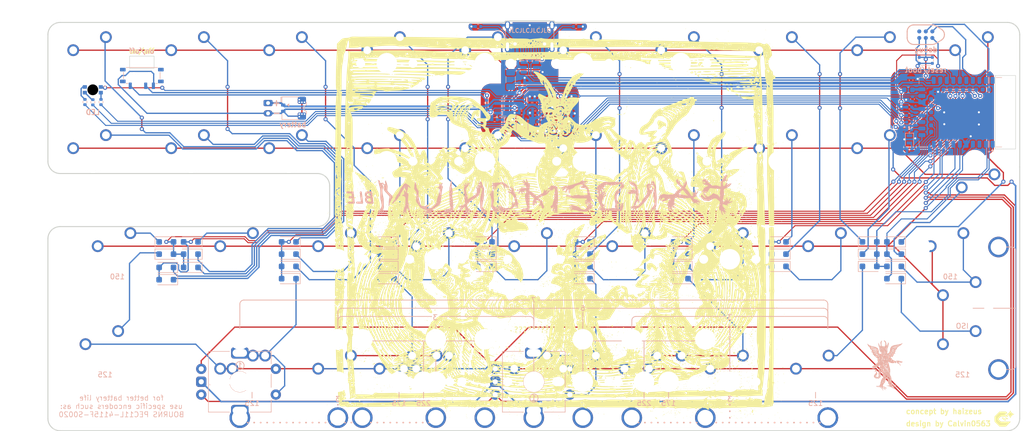
<source format=kicad_pcb>
(kicad_pcb (version 20240108) (generator "pcbnew") (generator_version "8.0")
  (layers (0 "F.Cu" signal) (31 "B.Cu" signal) (34 "B.Paste" user) (35 "F.Paste" user) (36 "B.SilkS" user "B.Silkscreen") (37 "F.SilkS" user "F.Silkscreen") (38 "B.Mask" user) (39 "F.Mask" user) (44 "Edge.Cuts" user))
  (net 0 "")
  (net 1 "ROW0")
  (net 2 "Net-(D1-K)")
  (net 3 "Net-(D2-K)")
  (net 4 "ROW2")
  (net 5 "Net-(D3-K)")
  (net 6 "Net-(D4-K)")
  (net 7 "Net-(D5-K)")
  (net 8 "Net-(D6-K)")
  (net 9 "Net-(D7-K)")
  (net 10 "Net-(D8-K)")
  (net 11 "Net-(D9-K)")
  (net 12 "Net-(D10-K)")
  (net 13 "Net-(D11-K)")
  (net 14 "Net-(D12-K)")
  (net 15 "Net-(D13-K)")
  (net 16 "Net-(D15-K)")
  (net 17 "Net-(D16-K)")
  (net 18 "Net-(D17-K)")
  (net 19 "Net-(D18-K)")
  (net 20 "Net-(D19-K)")
  (net 21 "Net-(D20-K)")
  (net 22 "Net-(D21-K)")
  (net 23 "Net-(D22-K)")
  (net 24 "Net-(D23-K)")
  (net 25 "Net-(D25-K)")
  (net 26 "Net-(D26-K)")
  (net 27 "Net-(D27-K)")
  (net 28 "Net-(D28-K)")
  (net 29 "Net-(D29-K)")
  (net 30 "Net-(D30-K)")
  (net 31 "Net-(D31-K)")
  (net 32 "Net-(D32-K)")
  (net 33 "Net-(D34-K)")
  (net 34 "Net-(D35-K)")
  (net 35 "COL0")
  (net 36 "COL2")
  (net 37 "COL4")
  (net 38 "COL1")
  (net 39 "COL3")
  (net 40 "Net-(D37-K)")
  (net 41 "ROTARY_A")
  (net 42 "ROTARY_B")
  (net 43 "GND")
  (net 44 "Net-(D40-K)")
  (net 45 "r1")
  (net 46 "r2")
  (net 47 "ROW1")
  (net 48 "ROW3")
  (net 49 "COL5")
  (net 50 "COL6")
  (net 51 "COL7")
  (net 52 "COL8")
  (net 53 "COL9")
  (net 54 "Net-(F2-Pad2)")
  (net 55 "VBUS")
  (net 56 "/CC1")
  (net 60 "/CC2")
  (net 62 "VDD")
  (net 63 "+5V")
  (net 64 "+VSW")
  (net 65 "Net-(U1-P0.00{slash}XL1)")
  (net 66 "Net-(U1-P0.01{slash}XL2)")
  (net 67 "+BATT")
  (net 68 "SWDIO")
  (net 69 "RST")
  (net 71 "SWDCLK")
  (net 72 "Net-(Q1-G)")
  (net 73 "SYSOFF")
  (net 74 "Net-(SW4-A)")
  (net 75 "DCCH")
  (net 76 "Net-(LED1-BK)")
  (net 77 "Net-(LED1-GK)")
  (net 78 "Net-(LED1-RK)")
  (net 79 "SDA")
  (net 80 "SCL")
  (net 81 "LED_B")
  (net 82 "LED_G")
  (net 83 "~{CHG}")
  (net 84 "Net-(U7-TS)")
  (net 85 "/TMR")
  (net 86 "/ILIM")
  (net 87 "Net-(U7-ISET)")
  (net 94 "D-")
  (net 95 "D+")
  (net 98 "ALERT")
  (footprint "PCM_marbastlib-mx:SW_MX_1u" (layer "F.Cu") (at 148.43125 95.25)
    (property "Reference" "MX42" (hide yes))
    (property "Value" "MX_SW_solder" (hide yes))
  )
  (footprint "PCM_marbastlib-mx:SW_MX_1u" (layer "F.Cu") (at 69.85 95.25)
    (property "Reference" "MX14" (hide yes))
    (property "Value" "MX_SW_solder" (hide yes))
  )
  (footprint "PCM_marbastlib-mx:SW_MX_1.5u" (layer "F.Cu") (at 207.9625 71.4375)
    (property "Reference" "MX41" (hide yes))
    (property "Value" "MX_SW_solder")
  )
  (footprint "PCM_marbastlib-mx:SW_MX_1.5u" (layer "F.Cu") (at 46.0375 71.4375)
    (property "Reference" "MX5" (hide yes))
    (property "Value" "MX_SW_solder" (hide yes))
  )
  (footprint "PCM_marbastlib-mx:SW_MX_1u" (layer "F.Cu") (at 69.85 71.4375)
    (property "Reference" "MX12" (hide yes))
    (property "Value" "MX_SW_solder" (hide yes))
  )
  (footprint "PCM_marbastlib-mx:STAB_MX_P_3u" (layer "F.Cu") (at 107.95 95.25 180)
    (property "Reference" "S2" (hide yes))
    (property "Value" "3")
  )
  (footprint "PCM_marbastlib-various:ROT_Alps_EC11E-Switch" (layer "F.Cu") (at 127 95.25 -90)
    (property "Reference" "SW2" (hide yes))
    (property "Value" "RotaryEncoder_Switch")
  )
  (footprint "PCM_marbastlib-mx:SW_MX_1u" (layer "F.Cu") (at 88.9 95.25)
    (property "Reference" "MX35" (hide yes))
    (property "Value" "MX_SW_solder" (hide yes))
  )
  (footprint "PCM_marbastlib-mx:SW_MX_1.75u" (layer "F.Cu") (at 153.19375 95.25)
    (property "Reference" "MX43" (hide yes))
    (property "Value" "MX_SW_solder" (hide yes))
  )
  (footprint "PCM_marbastlib-mx:SW_MX_1u" (layer "F.Cu") (at 107.95 71.4375)
    (property "Reference" "MX26" (hide yes))
    (property "Value" "MX_SW_solder" (hide yes))
  )
  (footprint "PCM_marbastlib-mx:SW_MX_1u" (layer "F.Cu") (at 174.625 33.3375)
    (property "Reference" "MX16" (hide yes))
    (property "Value" "MX_SW_solder" (hide yes))
  )
  (footprint "PCM_marbastlib-mx:SW_MX_1u" (layer "F.Cu") (at 117.475 52.3875)
    (property "Reference" "MX31" (hide yes))
    (property "Value" "MX_SW_solder" (hide yes))
  )
  (footprint "PCM_marbastlib-mx:SW_MX_1u" (layer "F.Cu") (at 117.475 33.3375)
    (property "Reference" "MX29" (hide yes))
    (property "Value" "MX_SW_solder" (hide yes))
  )
  (footprint "PCM_marbastlib-mx:SW_MX_1.25u" (layer "F.Cu") (at 72.23125 95.25)
    (property "Reference" "MX36" (hide yes))
    (property "Value" "MX_SW_solder" (hide yes))
  )
  (footprint "PCM_marbastlib-mx:SW_MX_1u" (layer "F.Cu") (at 60.325 33.3375)
    (property "Reference" "MX8" (hide yes))
    (property "Value" "MX_SW_solder" (hide yes))
  )
  (footprint "PCM_marbastlib-mx:SW_MX_1u" (layer "F.Cu") (at 105.56875 95.25)
    (property "Reference" "MX37" (hide yes))
    (property "Value" "MX_SW_solder" (hide yes))
  )
  (footprint "PCM_marbastlib-mx:STAB_MX_P_3u" (layer "F.Cu") (at 165.1 95.25 180)
    (property "Reference" "S3" (hide yes))
    (property "Value" "3")
  )
  (footprint "PCM_marbastlib-mx:SW_MX_1u" (layer "F.Cu") (at 174.625 52.3875)
    (property "Reference" "MX18" (hide yes))
    (property "Value" "MX_SW_solder" (hide yes))
  )
  (footprint "PCM_marbastlib-mx:SW_MX_1u" (layer "F.Cu") (at 98.425 52.3875)
    (property "Reference" "MX24" (hide yes))
    (property "Value" "MX_SW_solder" (hide yes))
  )
  (footprint "LOGO" (layer "F.Cu") (at 218.28125 102.39375)
    (property "Reference" "G***" (hide yes))
    (property "Value" "LOGO" (hide yes))
  )
  (footprint "PCM_marbastlib-mx:SW_MX_1.25u" (layer "F.Cu") (at 181.76875 95.25)
    (property "Reference" "MX44" (hide yes))
    (property "Value" "MX_SW_solder" (hide yes))
  )
  (footprint "PCM_marbastlib-mx:SW_MX_1u" (layer "F.Cu") (at 88.9 71.4375)
    (property "Reference" "MX19" (hide yes))
    (property "Value" "MX_SW_solder" (hide yes))
  )
  (footprint "PCM_marbastlib-mx:SW_MX_1u" (layer "F.Cu") (at 107.95 95.25)
    (property "Reference" "MX21" (hide yes))
    (property "Value" "MX_SW_solder" (hide yes))
  )
  (footprint "PCM_marbastlib-mx:SW_MX_1u" (layer "F.Cu") (at 79.375 33.3375)
    (property "Reference" "MX15" (hide yes))
    (property "Value" "MX_SW_solder" (hide yes))
  )
  (footprint "PCM_marbastlib-mx:SW_MX_1u" (layer "F.Cu") (at 136.525 52.3875)
    (property "Reference" "MX4" (hide yes))
    (property "Value" "MX_SW_solder" (hide yes))
  )
  (footprint "PCM_marbastlib-mx:STAB_MX_P_ISO-ROT" (layer "F.Cu") (at 210.34375 80.9625)
    (property "Reference" "S5" (hide yes))
    (property "Value" "ISO")
  )
  (footprint "PCM_marbastlib-mx:SW_MX_1u" (layer "F.Cu") (at 136.525 33.3375)
    (property "Reference" "MX2" (hide yes))
    (property "Value" "MX_SW_solder" (hide yes))
  )
  (footprint "PCM_marbastlib-mx:SW_MX_1u" (layer "F.Cu") (at 155.575 52.3875)
    (property "Reference" "MX11" (hide yes))
    (property "Value" "MX_SW_solder" (hide yes))
  )
  (footprint "PCM_marbastlib-mx:SW_MX_1u" (layer "F.Cu") (at 155.575 33.3375)
    (property "Reference" "MX9" (hide yes))
    (property "Value" "MX_SW_solder" (hide yes))
  )
  (footprint "PCM_marbastlib-mx:SW_MX_1.75u" (layer "F.Cu") (at 100.80625 95.25)
    (property "Reference" "MX38" (hide yes))
    (property "Value" "MX_SW_solder" (hide yes))
  )
  (footprint "PCM_marbastlib-mx:SW_MX_1.25u" (layer "F.Cu") (at 210.34375 90.4875)
    (property "Reference" "MX40" (hide yes))
    (property "Value" "MX_SW_solder")
  )
  (footprint "PCM_marbastlib-mx:STAB_MX_P_6u" (layer "F.Cu") (at 136.525 95.25 180)
    (property "Reference" "S8" (hide yes))
    (property "Value" "6")
  )
  (footprint "PCM_marbastlib-various:ROT_Alps_EC11E-Switch" (layer "F.Cu") (at 69.85 95.25 -90)
    (property "Reference" "SW1" (hide yes))
    (property "Value" "RotaryEncoder_Switch")
  )
  (footprint "PCM_marbastlib-mx:SW_MX_1u" (layer "F.Cu") (at 184.15 71.4375)
    (property "Reference" "MX20" (hide yes))
    (property "Value" "MX_SW_solder" (hide yes))
  )
  (footprint "PCM_marbastlib-mx:SW_MX_1u" (layer "F.Cu") (at 41.275 52.3875)
    (property "Reference" "MX3" (hide yes))
    (property "Value" "MX_SW_solder" (hide yes))
  )
  (footprint "PCM_marbastlib-mx:SW_MX_1u" (layer "F.Cu") (at 212.725 33.3375)
    (property "Reference" "MX30" (hide yes))
    (property "Value" "MX_SW_solder" (hide yes))
  )
  (footprint "PCM_marbastlib-mx:SW_MX_1u" (layer "F.Cu") (at 127 95.25)
    (property "Reference" "MX39" (hide yes))
    (property "Value" "MX_SW_solder" (hide yes))
  )
  (footprint "PCM_marbastlib-mx:STAB_MX_P_2.25u" (layer "F.Cu") (at 105.56875 95.25 180)
    (property "Reference" "S6" (hide yes))
    (property "Value" "225")
  )
  (footprint "PCM_marbastlib-mx:SW_MX_1u" (layer "F.Cu") (at 146.05 71.4375)
    (property "Reference" "MX6" (hide yes))
    (property "Value" "MX_SW_solder" (hide yes))
  )
  (footprint "PCM_marbastlib-mx:STAB_MX_P_3u" (layer "F.Cu") (at 88.9 95.25 180)
    (property "Reference" "S4" (hide yes))
    (property "Value" "3")
  )
  (footprint "PCM_marbastlib-mx:SW_MX_1u" (layer "F.Cu") (at 60.325 52.3875)
    (property "Reference" "MX10" (hide yes))
    (property "Value" "MX_SW_solder" (hide yes))
  )
  (footprint "PCM_marbastlib-mx:SW_MX_1u" (layer "F.Cu") (at 79.375 52.3875)
    (property "Reference" "MX17" (hide yes))
    (property "Value" "MX_SW_solder" (hide yes))
  )
  (footprint "PCM_marbastlib-mx:SW_MX_1u" (layer "F.Cu") (at 210.34375 80.9625)
    (property "Reference" "MX27" (hide yes))
    (property "Value" "MX_SW_solder" (hide yes))
  )
  (footprint "PCM_marbastlib-mx:STAB_MX_P_7u" (layer "F.Cu") (at 127 95.25 180)
    (property "Reference" "S9" (hide yes))
    (property "Value" "7")
  )
  (footprint "PCM_marbastlib-mx:SW_MX_1u" (layer "F.Cu") (at 193.675 33.3375)
    (property "Reference" "MX23" (hide yes))
    (property "Value" "MX_SW_solder" (hide yes))
  )
  (footprint "PCM_marbastlib-mx:SW_MX_1u" (layer "F.Cu") (at 41.275 33.3375)
    (property "Reference" "MX1" (hide yes))
    (property "Value" "MX_SW_solder" (hide yes))
  )
  (footprint "PCM_marbastlib-mx:SW_MX_1u" (layer "F.Cu") (at 98.425 33.3375)
    (property "Reference" "MX22" (hide yes))
    (property "Value" "MX_SW_solder" (hide yes))
  )
  (footprint "PCM_marbastlib-mx:SW_MX_1u" (layer "F.Cu") (at 193.675 52.3875)
    (property "Reference" "MX25" (hide yes))
    (property "Value" "MX_SW_solder" (hide yes))
  )
  (footprint "PCM_marbastlib-mx:STAB_MX_P_2.25u" (layer "F.Cu") (at 148.43125 95.25 180)
    (property "Reference" "S7" (hide yes))
    (property "Value" "225")
  )
  (footprint "PCM_marbastlib-mx:SW_MX_1u" (layer "F.Cu") (at 165.1 95.25)
    (property "Reference" "MX28" (hide yes))
    (property "Value" "MX_SW_solder" (hide yes))
  )
  (footprint "PCM_marbastlib-mx:SW_MX_1u" (layer "F.Cu") (at 212.725 52.3875 180)
    (property "Reference" "MX32" (hide yes))
    (property "Value" "MX_SW_solder" (hide yes))
  )
  (footprint "PCM_marbastlib-mx:SW_MX_1.25u" (layer "F.Cu") (at 43.65625 90.4875)
    (property "Reference" "MX7" (hide yes))
    (property "Value" "MX_SW_solder" (hide yes))
  )
  (footprint "PCM_marbastlib-mx:SW_MX_1u" (layer "F.Cu") (at 127 71.4375)
    (property "Reference" "MX33" (hide yes))
    (property "Value" "MX_SW_solder" (hide yes))
  )
  (footprint "LOGO" (layer "F.Cu") (at 130.96875 64.29375)
    (property "Reference" "G***" (hide yes))
    (property "Value" "LOGO" (hide yes))
  )
  (footprint "PCM_marbastlib-mx:SW_MX_1u" (layer "F.Cu") (at 136.525 95.25)
    (property "Reference" "MX34" (hide yes))
    (property "Value" "MX_SW_solder" (hide yes))
  )
  (footprint "PCM_marbastlib-mx:SW_MX_1u" (layer "F.Cu") (at 165.1 71.4375)
    (property "Reference" "MX13" (hide yes))
    (property "Value" "MX_SW_solder" (hide yes))
  )
  (footprint "Diode_SMD:D_SOD-123F" (layer "B.Cu") (at 136.525 72.825 180)
    (property "Reference" "D6" (hide yes))
    (property "Value" "D_Small")
  )
  (footprint "Capacitor_SMD:C_0402_1005Metric" (layer "B.Cu") (at 127.16625 40.986938 90)
    (property "Reference" "C19" (hide yes))
    (property "Value" "1u")
  )
  (footprint "PCM_marbastlib-various:SW_T1A2QR" (layer "B.Cu") (at 203.2 32.77125 180)
    (property "Reference" "SW3" (hide yes))
    (property "Value" "RST")
  )
  (footprint "Resistor_SMD:R_0402_1005Metric" (layer "B.Cu") (at 117.795858 41.042413 90)
    (property "Reference" "R4" (hide yes))
    (property "Value" "100K")
  )
  (footprint "Fuse:Fuse_1206_3216Metric" (layer "B.Cu") (at 122.494773 36.5125 -90)
    (property "Reference" "F2" (hide yes))
    (property "Value" "750 mA")
  )
  (footprint "Diode_SMD:D_SOD-123F" (layer "B.Cu") (at 79.375 68.0625 180)
    (property "Reference" "D17" (hide yes))
    (property "Value" "D_Small")
  )
  (footprint "Resistor_SMD:R_0402_1005Metric" (layer "B.Cu") (at 119.383358 44.298996 180)
    (property "Reference" "R2" (hide yes))
    (property "Value" "10k")
  )
  (footprint "Resistor_SMD:R_0402_1005Metric" (layer "B.Cu") (at 199.977347 43.489114)
    (property "Reference" "R8" (hide yes))
    (property "Value" "10k")
  )
  (footprint "Diode_SMD:D_SOD-123F" (layer "B.Cu") (at 117.475 72.825 180)
    (property "Reference" "D35" (hide yes))
    (property "Value" "D_Small")
  )
  (footprint "Diode_SMD:D_SOD-123F" (layer "B.Cu") (at 155.575 70.44375 180)
    (property "Reference" "D9" (hide yes))
    (property "Value" "D_Small")
  )
  (footprint "Diode_SMD:D_SOD-123F" (layer "B.Cu") (at 136.525 75.20625 180)
    (property "Reference" "D24" (hide yes))
    (property "Value" "D_Small")
  )
  (footprint "Resistor_SMD:R_0402_1005Metric" (layer "B.Cu") (at 127.79375 45.214201 -90)
    (property "Reference" "R16" (hide yes))
    (property "Value" "2k2")
  )
  (footprint "Crystal:Crystal_SMD_2012-2Pin_2.0x1.2mm" (layer "B.Cu") (at 200.025 48.125 -90)
    (property "Reference" "Y1" (hide yes))
    (property "Value" "32.768 KHz")
  )
  (footprint "Diode_SMD:D_SOD-123F" (layer "B.Cu") (at 192.28125 70.44375)
    (property "Reference" "D31" (hide yes))
    (property "Value" "D_Small")
  )
  (footprint "Diode_SMD:D_SOD-123F" (layer "B.Cu") (at 155.575 72.825 180)
    (property "Reference" "D13" (hide yes))
    (property "Value" "D_Small")
  )
  (footprint "Resistor_SMD:R_0402_1005Metric" (layer "B.Cu") (at 39.740282 40.875 -90)
    (property "Reference" "R12" (hide yes))
    (property "Value" "1k")
  )
  (footprint "Resistor_SMD:R_0402_1005Metric" (layer "B.Cu") (at 121.446821 44.314538 180)
    (property "Reference" "R3" (hide yes))
    (property "Value" "100R")
  )
  (footprint "Diode_SMD:D_SOD-123F" (layer "B.Cu") (at 174.625 68.0625 180)
    (property "Reference" "D18" (hide yes))
    (property "Value" "D_Small")
  )
  (footprint "Diode_SMD:D_SOD-123F" (layer "B.Cu") (at 60.325 68.0625 180)
    (property "Reference" "D12" (hide yes))
    (property "Value" "D_Small")
  )
  (footprint "Capacitor_SMD:C_0402_1005Metric" (layer "B.Cu") (at 126.20625 40.986938 90)
    (property "Reference" "C18" (hide yes))
    (property "Value" "4u7")
  )
  (footprint "Diode_SMD:D_SOD-123F" (layer "B.Cu") (at 174.625 72.825 180)
    (property "Reference" "D20" (hide yes))
    (property "Value" "D_Small")
  )
  (footprint "Resistor_SMD:R_0402_1005Metric" (layer "B.Cu") (at 42.8625 40.875 -90)
    (property "Reference" "R10" (hide yes))
    (property "Value" "1k")
  )
  (footprint "Diode_SMD:D_SOD-123F" (layer "B.Cu") (at 197.04375 72.825 180)
    (property "Reference" "D37" (hide yes))
    (property "Value" "D_Small")
  )
  (footprint "Diode_SMD:D_SOD-123F" (layer "B.Cu") (at 197.04375 70.44375 180)
    (property "Reference" "D32" (hide yes))
    (property "Value" "D_Small")
  )
  (footprint "Capacitor_SMD:C_0402_1005Metric" (layer "B.Cu") (at 200.597327 40.305736 -90)
    (property "Reference" "C8" (hide yes))
    (property "Value" "4u7")
  )
  (footprint "Inductor_SMD:L_0603_1608Metric" (layer "B.Cu") (at 199.800007 38.500629 180)
    (property "Reference" "L1" (hide yes))
    (property "Value" "10 uH")
  )
  (footprint "Diode_SMD:D_SOD-123F" (layer "B.Cu") (at 117.475 70.44375 180)
    (property "Reference" "D29" (hide yes))
    (property "Value" "D_Small")
  )
  (footprint "Diode_SMD:D_SOD-123F" (layer "B.Cu") (at 136.525 70.44375 180)
    (property "Reference" "D2" (hide yes))
    (property "Value" "D_Small")
  )
  (footprint "PCM_marbastlib-various:CON_TC2030_outlined" (layer "B.Cu") (at 203.2 27.78125 180)
    (property "Reference" "J1" (hide yes))
    (property "Value" "TC2030_SWD" (hide yes))
  )
  (footprint "Capacitor_SMD:C_0402_1005Metric" (layer "B.Cu") (at 200.023785 49.979298 180)
    (property "Reference" "C9" (hide yes))
    (property "Value" "12p")
  )
  (footprint "Package_TO_SOT_SMD:SOT-23" (layer "B.Cu") (at 120.970858 42.06875)
    (property "Reference" "Q1" (hide yes))
    (property "Value" "2N7002")
  )
  (footprint "Diode_SMD:D_SOD-123F" (layer "B.Cu") (at 79.375 72.825 180)
    (property "Reference" "D15" (hide yes))
    (property "Value" "D_Small")
  )
  (footprint "Diode_SMD:D_SOD-123F" (layer "B.Cu") (at 98.425 68.0625 180)
    (property "Reference" "D28" (hide yes))
    (property "Value" "D_Small")
  )
  (footprint "Diode_SMD:D_SOD-123F" (layer "B.Cu") (at 98.425 72.825 180)
    (property "Reference" "D34" (hide yes))
    (property "Value" "D_Small")
  )
  (footprint "Diode_SMD:D_SOD-123F" (layer "B.Cu") (at 174.625 70.44375 180)
    (property "Reference" "D16" (hide yes))
    (property "Value" "D_Small")
  )
  (footprint "Resistor_SMD:R_0402_1005Metric" (layer "B.Cu") (at 200.005793 44.762106)
    (property "Reference" "R1" (hide yes))
    (property "Value" "10k")
  )
  (footprint "Resistor_SMD:R_0402_1005Metric" (layer "B.Cu") (at 127.273953 42.9875 180)
    (property "Reference" "R13" (hide yes))
    (property "Value" "10k")
  )
  (footprint "Diode_SMD:D_SOD-123F" (layer "B.Cu") (at 155.575 75.20625 180)
    (property "Reference" "D40" (hide yes))
    (property "Value" "D_Small")
  )
  (footprint "Diode_SMD:D_SOD-123F" (layer "B.Cu") (at 117.475 68.0625 180)
    (property "Reference" "D23" (hide yes))
    (property "Value" "D_Small")
  )
  (footprint "Connector_JST:JST_PH_S2B-PH-K_1x02_P2.00mm_Horizontal" (layer "B.Cu") (at 75.3375 41.06875 -90)
    (property "Reference" "J4" (hide yes))
    (property "Value" "Conn_01x02_Female")
  )
  (footprint "Diode_SMD:D_SOD-123F" (layer "B.Cu") (at 136.525 68.0625 180)
    (property "Reference" "D4" (hide yes))
    (property "Value" "D_Small")
  )
  (footprint "PCM_marbastlib-various:SW_MSK12C02-HB" (layer "B.Cu") (at 50.8 35.71875 180)
    (property "Reference" "SW4" (hide yes))
    (property "Value" "SW_SPDT")
  )
  (footprint "Capacitor_SMD:C_0402_1005Metric" (layer "B.Cu") (at 200.343919 36.636037 90)
    (property "Reference" "C7" (hide yes))
    (property "Value" "4u7")
  )
  (footprint "Resistor_SMD:R_0402_1005Metric" (layer "B.Cu") (at 116.17125 26.19375 180)
    (property "Reference" "R7" (hide yes))
    (property "Value" "5.1k")
  )
  (footprint "PCM_marbastlib-various:LED_1206R" (layer "B.Cu") (at 41.275 38.49375 180)
    (property "Reference" "LED1" (hide yes))
    (property "Value" "IND")
  )
  (footprint "Resistor_SMD:R_0402_1005Metric" (layer "B.Cu") (at 133.79 43.0875)
    (property "Reference" "R15" (hide yes))
    (property "Value" "1k5")
  )
  (footprint "Capacitor_SMD:C_0402_1005Metric" (layer "B.Cu") (at 133.30625 40.986297 90)
    (property "Reference" "C16" (hide yes))
    (property "Value" "1u")
  )
  (footprint "Diode_SMD:D_SOD-123F" (layer "B.Cu") (at 155.575 68.0625 180)
    (property "Reference" "D11" (hide yes))
    (property "Value" "D_Small")
  )
  (footprint "PCM_marbastlib-various:Molex_Pico-EZmate_78171-0002_1x02-1MP_P1.20mm_Vertical" (layer "B.Cu") (at 80.16875 42.06875 -90)
    (property "Reference" "J3" (hide yes))
    (property "Value" "78171-0002")
  )
  (footprint "Diode_SMD:D_SOD-123F" (layer "B.Cu") (at 60.325 70.44375 180)
    (property "Reference" "D3" (hide yes))
    (property "Value" "D_Small")
  )
  (footprint "LOGO" (layer "B.Cu") (at 131.7625 58.7375 180)
    (property "Reference" "G***" (hide yes))
    (property "Value" "LOGO" (hide yes))
  )
  (footprint "Diode_SMD:D_SOD-123F" (layer "B.Cu") (at 192.28125 68.0625)
    (property "Reference" "D25" (hide yes))
    (property "Value" "D_Small")
  )
  (footprint "Capacitor_SMD:C_0402_1005Metric" (layer "B.Cu") (at 125.2125 37.615 90)
    (property "Reference" "C12" (hide yes))
    (property "Value" "4u7")
  )
  (footprint "Resistor_SMD:R_0402_1005Metric" (layer "B.Cu") (at 130.952264 45.22196 -90)
    (property "Reference" "R14" (hide yes))
    (property "Value" "47k")
  )
  (footprint "Resistor_SMD:R_0402_1005Metric" (layer "B.Cu") (at 41.275 40.919775 -90)
    (property "Reference" "R11" (hide yes))
    (property "Value" "1k")
  )
  (footprint "Diode_SMD:D_SOD-123F" (layer "B.Cu") (at 79.375 70.44375 180)
    (property "Reference" "D19" (hide yes))
    (property "Value" "D_Small")
  )
  (footprint "Diode_SMD:D_SOD-123F" (layer "B.Cu") (at 79.375 75.20625 180)
    (property "Reference" "D14" (hide yes))
    (property "Value" "D_Small")
  )
  (footprint "Diode_SMD:D_SOD-123F" (layer "B.Cu") (at 98.425 70.44375 180)
    (property "Reference" "D22" (hide yes))
    (property "Value" "D_Small")
  )
  (footprint "Capacitor_SMD:C_0402_1005Metric" (layer "B.Cu") (at 124.64375 42.9875 180)
    (property "Reference" "C17" (hide yes))
    (property "Value" "100n")
  )
  (footprint "Diode_SMD:D_SOD-123F" (layer "B.Cu") (at 60.325 73.025 180)
    (property "Reference" "D1" (hide yes))
    (property "Value" "D_Small")
  )
  (footprint "Diode_SMD:D_SOD-123F" (layer "B.Cu") (at 55.5625 73.025 180)
    (property "Reference" "D10" (hide yes))
    (property "Value" "D_Small")
  )
  (footprint "PCM_marbastlib-various:USB_C_Receptacle_HRO_TYPE-C-31-M-12" (layer "B.Cu") (at 126.20625 26.9875)
    (property "Reference" "J2" (hide yes))
    (property "Value" "HRO_TYPE-C-31-M-14")
  )
  (footprint "PCM_marbastlib-various:SOT-23-6-routable" (layer "B.Cu") (at 126.20625 34.13125 180)
    (property "Reference" "U2" (hide yes))
    (property "Value" "SRV05-4")
  )
  (footprint "Capacitor_SMD:C_0402_1005Metric" (layer "B.Cu") (at 132.499158 44.64688)
    (property "Reference" "C14" (hide yes))
    (property "Value" "1u")
  )
  (footprint "Diode_SMD:D_SOD-123F" (layer "B.Cu") (at 55.5625 70.44375)
    (property "Reference" "D7" (hide yes))
    (property "Value" "D_Small")
  )
  (footprint "Resistor_SMD:R_0402_1005Metric" (layer "B.Cu") (at 135.22125 26.19375)
    (property "Reference" "R9" (hide yes))
    (property "Value" "5.1k")
  )
  (footprint "Diode_SMD:D_SOD-123F" (layer "B.Cu") (at 55.5625 68.0625)
    (property "Reference" "D5" (hide yes))
    (property "Value" "D_Small")
  )
  (footprint "Diode_SMD:D_SOD-123F" (layer "B.Cu") (at 192.28125 72.825)
    (property "Reference" "D27" (hide yes))
    (property "Value" "D_Small")
  )
  (footprint "Diode_SMD:D_SOD-123F" (layer "B.Cu") (at 98.425 75.20625 180)
    (property "Reference" "D21" (hide yes))
    (property "Value" "D_Small")
  )
  (footprint "Package_DFN_QFN:DFN-8-1EP_2x2mm_P0.5mm_EP0.8x1.6mm" (layer "B.Cu") (at 124.728475 45.24375 -90)
    (property "Reference" "U6" (hide yes))
    (property "Value" "MAX17048")
  )
  (footprint "Package_DFN_QFN:VQFN-16-1EP_3x3mm_P0.5mm_EP1.6x1.6mm" (layer "B.Cu") (at 130.575 41.875)
    (property "Reference" "U7" (hide yes))
    (property "Value" "BQ24075")
  )
  (footprint "Diode_SMD:D_SOD-123F" (layer "B.Cu") (at 55.5625 75.40625 180)
    (property "Reference" "D8" (hide yes))
    (property "Value" "D_Small")
  )
  (footprint "PCM_marbastlib-various:nRF52840_E73-2G4M08S1C" (layer "B.Cu") (at 211.1375 42.8625 90)
    (property "Reference" "U1" (hide yes))
    (property "Value" "nRF52840_E73-2G4M08S1C" (hide yes))
  )
  (footprint "Diode_SMD:D_SOD-123F" (layer "B.Cu") (at 197.04375 68.0625 180)
    (property "Reference" "D26" (hide yes))
    (property "Value" "D_Small")
  )
  (footprint "Diode_SMD:D_SOD-123F" (layer "B.Cu") (at 197.04375 75.20625 180)
    (property "Reference" "D30" (hide yes))
    (property "Value" "D_Small")
  )
  (footprint "Capacitor_SMD:C_0402_1005Metric" (layer "B.Cu") (at 134.332884 40.987201 90)
    (property "Reference" "C15" (hide yes))
    (property "Value" "4u7")
  )
  (footprint "LOGO" (layer "B.Cu") (at 195.2625 92.075 180)
    (property "Reference" "G***" (hide yes))
    (property "Value" "LOGO" (hide yes))
  )
  (footprint "Capacitor_SMD:C_0402_1005Metric" (layer "B.Cu") (at 132.474863 45.589344)
    (property "Reference" "C13" (hide yes))
    (property "Value" "4u7")
  )
  (footprint "Capacitor_SMD:C_0402_1005Metric" (layer "B.Cu") (at 199.995453 41.86875 180)
    (property "Reference" "C6" (hide yes))
    (property "Value" "1u")
  )
  (footprint "Inductor_SMD:L_0402_1005Metric" (layer "B.Cu") (at 124.21875 37.615 -90)
    (property "Reference" "L2" (hide yes))
    (property "Value" "BLM15PX121SN1D")
  )
  (footprint "Capacitor_SMD:C_0402_1005Metric" (layer "B.Cu") (at 199.985671 46.306958 180)
    (property "Reference" "C10" (hide yes))
    (property "Value" "12p")
  )
  (gr_line (start 146.05 88.10625) (end 146.05 83.34375) (stroke (width 0.15)) (layer "B.SilkS"))
  (gr_line (start 107.95 103.1875) (end 69.85 103.1875) (stroke (width 0.3) (type dot)) (layer "B.SilkS"))
  (gr_line (start 100.80625 98.425) (end 100.80625 96.8375) (stroke (width 0.15)) (layer "B.SilkS"))
  (gr_arc (start 183.3563 80.96245) (mid 183.917551 81.194949) (end 184.15005 81.7562) (stroke (width 0.15)) (layer "B.SilkS"))
  (gr_line (start 126.20625 79.375) (end 70.64375 79.375) (stroke (width 0.15)) (layer "B.SilkS"))
  (gr_line (start 108.74375 82.55) (end 126.20625 82.55) (stroke (width 0.15)) (layer "B.SilkS"))
  (gr_arc (start 219.86875 69.05625) (mid 220.430016 69.288734) (end 220.6625 69.85) (stroke (width 0.15)) (layer "B.SilkS"))
  (gr_line (start 165.1 84.1375) (end 165.1 94.45625) (stroke (width 0.15)) (layer "B.SilkS"))
  (gr_line (start 183.356301 82.549949) (end 165.89375 82.55) (stroke (width 0.15)) (layer "B.SilkS"))
  (gr_line (start 181.76875 98.425) (end 181.76875 96.8375) (stroke (width 0.15)) (layer "B.SilkS"))
  (gr_line (start 146.05 103.1875) (end 184.15 103.1875) (stroke (width 0.3) (type dot)) (layer "B.SilkS"))
  (gr_arc (start 69.85 80.16875) (mid 70.082484 79.607484) (end 70.64375 79.375) (stroke (width 0.15)) (layer "B.SilkS"))
  (gr_line (start 148.43125 87.3125) (end 148.43125 98.425) (stroke (width 0.15)) (layer "B.SilkS"))
  (gr_line (start 88.89995 86.5187) (end 88.89995 81.7562) (stroke (width 0.15)) (layer "B.SilkS"))
  (gr_arc (start 88.89995 81.7562) (mid 89.132449 81.194949) (end 89.6937 80.96245) (stroke (width 0.15)) (layer "B.SilkS"))
  (gr_line (start 135.73125 80.9625) (end 89.69375 80.9625) (stroke (width 0.15)) (layer "B.SilkS"))
  (gr_arc (start 88.899949 83.343699) (mid 89.132448 82.782448) (end 89.693699 82.549949) (stroke (width 0.15)) (layer "B.SilkS"))
  (gr_line (start 107.15625 82.55) (end 89.69375 82.55) (stroke (width 0.15)) (layer "B.SilkS"))
  (gr_line (start 183.35625 79.375) (end 127.79375 79.375) (stroke (width 0.15)) (layer "B.SilkS"))
  (gr_line (start 153.19375 98.425) (end 153.19375 96.8375) (stroke (width 0.15)) (layer "B.SilkS"))
  (gr_line (start 69.85 84.93125) (end 69.85 80.16875) (stroke (width 0.15)) (layer "B.SilkS"))
  (gr_line (start 219.86875 69.05625) (end 217.4875 69.05625) (stroke (width 0.15)) (layer "B.SilkS"))
  (gr_line (start 210.34375 80.9625) (end 220.6625 80.9625) (stroke (width 0.15)) (layer "B.SilkS"))
  (gr_line (start 165.109408 99.692972) (end 165.1 103.1875) (stroke (width 0.3) (type dot)) (layer "B.SilkS"))
  (gr_line (start 164.30625 82.55) (end 146.84375 82.55) (stroke (width 0.15)) (layer "B.SilkS"))
  (gr_line (start 184.15005 86.5187) (end 184.15005 81.7562) (stroke (width 0.15)) (layer "B.SilkS"))
  (gr_line (start 219.86875 92.86875) (end 217.4875 92.86875) (stroke (width 0.15)) (layer "B.SilkS"))
  (gr_line (start 136.525 87.3125) (end 160.3375 87.3125) (stroke (width 0.15)) (layer "B.SilkS"))
  (gr_arc (start 126.20625 82.55) (mid 126.767501 82.782499) (end 127 83.34375) (stroke (width 0.15)) (layer "B.SilkS"))
  (gr_arc (start 146.049949 83.343699) (mid 146.282448 82.782448) (end 146.843699 82.549949) (stroke (width 0.15)) (layer "B.SilkS"))
  (gr_line (start 72.23125 98.425) (end 72.23125 96.8375) (stroke (width 0.15)) (layer "B.SilkS"))
  (gr_circle (center 69.893602 92.089534) (end 69.893602 91.295784) (stroke (width 0.15)) (fill none) (layer "B.SilkS"))
  (gr_line (start 220.6625 69.85) (end 220.6625 92.075) (stroke (width 0.15)) (layer "B.SilkS"))
  (gr_line (start 107.95 84.1375) (end 107.95 94.45625) (stroke (width 0.15)) (layer "B.SilkS"))
  (gr_line (start 88.909408 99.692972) (end 88.9 103.1875) (stroke (width 0.3) (type dot)) (layer "B.SilkS"))
  (gr_line (start 127 80.16875) (end 127 95.25) (stroke (width 0.15)) (layer "B.SilkS"))
  (gr_circle (center 127.031897 98.434113) (end 127.031897 97.640363) (stroke (width 0.15)) (fill none) (layer "B.SilkS"))
  (gr_arc (start 183.356301 82.549949) (mid 183.917552 82.782448) (end 184.150051 83.343699) (stroke (width 0.15)) (layer "B.SilkS"))
  (gr_arc (start 183.35625 79.375) (mid 183.917516 79.607484) (end 184.15 80.16875) (stroke (width 0.15)) (layer "B.SilkS"))
  (gr_arc (start 220.6625 92.075) (mid 220.430016 92.636266) (end 219.86875 92.86875) (stroke (width 0.15)) (layer "B.SilkS"))
  (gr_line (start 137.31875 80.9625) (end 183.35625 80.9625) (stroke (width 0.15)) (layer "B.SilkS"))
  (gr_line (start 184.15 84.93125) (end 184.15 80.16875) (stroke (width 0.15)) (layer "B.SilkS"))
  (gr_line (start 105.56875 87.3125) (end 105.56875 98.425) (stroke (width 0.15)) (layer "B.SilkS"))
  (gr_line (start 93.6625 87.3125) (end 117.475 87.3125) (stroke (width 0.15)) (layer "B.SilkS"))
  (gr_line (start 136.525 81.75625) (end 136.525 95.25) (stroke (width 0.15)) (layer "B.SilkS"))
  (gr_arc (start 32.54375 67.46875) (mid 33.241231 65.784981) (end 34.925 65.0875) (stroke (width 0.2)) (layer "Edge.Cuts"))
  (gr_rect (start 216.69375 35.71875) (end 220.6625 50.00625) (stroke (width 0.1)) (fill none) (layer "Edge.Cuts"))
  (gr_arc (start 34.925 104.775) (mid 33.241224 104.077526) (end 32.54375 102.39375) (stroke (width 0.2)) (layer "Edge.Cuts"))
  (gr_line (start 130.76875 25.10625) (end 121.64375 25.10625) (stroke (width 0.2)) (layer "Edge.Cuts"))
  (gr_arc (start 221.456325 102.393825) (mid 220.758851 104.077601) (end 219.075075 104.775075) (stroke (width 0.2)) (layer "Edge.Cuts"))
  (gr_line (start 121.35 25.4) (end 34.924925 25.399925) (stroke (width 0.2)) (layer "Edge.Cuts"))
  (gr_line (start 32.543675 27.781175) (end 32.54375 52.3875) (stroke (width 0.2)) (layer "Edge.Cuts"))
  (gr_arc (start 34.925 54.76875) (mid 33.241231 54.071269) (end 32.54375 52.3875) (stroke (width 0.2)) (layer "Edge.Cuts"))
  (gr_arc (start 219.075075 25.399925) (mid 220.758851 26.097399) (end 221.456325 27.781175) (stroke (width 0.2)) (layer "Edge.Cuts"))
  (gr_arc (start 84.93125 54.76875) (mid 86.614996 55.466254) (end 87.3125 57.15) (stroke (width 0.2)) (layer "Edge.Cuts"))
  (gr_line (start 34.925 54.76875) (end 84.93125 54.76875) (stroke (width 0.2)) (layer "Edge.Cuts"))
  (gr_line (start 219.075075 25.399925) (end 131.0625 25.4) (stroke (width 0.2)) (layer "Edge.Cuts"))
  (gr_line (start 221.456325 102.393825) (end 221.45625 53.4778) (stroke (width 0.2)) (layer "Edge.Cuts"))
  (gr_rect (start 48.41875 31.95) (end 53.18125 34.33125) (stroke (width 0.1)) (fill none) (layer "Edge.Cuts"))
  (gr_arc (start 32.543675 27.781175) (mid 33.241149 26.097399) (end 34.924925 25.399925) (stroke (width 0.2)) (layer "Edge.Cuts"))
  (gr_arc (start 87.31265 62.70635) (mid 86.615205 64.390155) (end 84.9314 65.0876) (stroke (width 0.2)) (layer "Edge.Cuts"))
  (gr_line (start 221.45625 53.4778) (end 221.45625 27.78125) (stroke (width 0.2)) (layer "Edge.Cuts"))
  (gr_arc (start 130.76875 25.10625) (mid 130.976463 25.192287) (end 131.0625 25.4) (stroke (width 0.2)) (layer "Edge.Cuts"))
  (gr_line (start 34.925 104.775) (end 219.075 104.775) (stroke (width 0.2)) (layer "Edge.Cuts"))
  (gr_arc (start 121.35 25.4) (mid 121.436037 25.192287) (end 121.64375 25.10625) (stroke (width 0.2)) (layer "Edge.Cuts"))
  (gr_line (start 32.54375 67.46875) (end 32.54375 102.39375) (stroke (width 0.2)) (layer "Edge.Cuts"))
  (gr_line (start 84.9314 65.0876) (end 34.92515 65.0876) (stroke (width 0.2)) (layer "Edge.Cuts"))
  (gr_line (start 87.3125 57.15) (end 87.31265 62.70635) (stroke (width 0.2)) (layer "Edge.Cuts"))
  (gr_text "-" (at 77.009327 43.157779 180) (layer "B.SilkS") (effects (font (size 1.25 1.25) (thickness 0.25) (bold yes)) (justify mirror)))
  (gr_text "125" (at 210.34375 94.45625 0) (layer "B.SilkS") (effects (font (size 1 1)) (justify bottom mirror)))
  (gr_text "LED" (at 41.275 42.8625 0) (layer "B.SilkS") (effects (font (size 1 1) (thickness 0.2) (bold yes)) (justify mirror)))
  (gr_text "for better battery life\nuse specific encoders such as:\nBOURNS PEC11L-4115F-S0020" (at 46.83125 100.0125 0) (layer "B.SilkS") (effects (font (size 1 1) (thickness 0.125)) (justify mirror)))
  (gr_text "225" (at 148.43125 100.0125 0) (layer "B.SilkS") (effects (font (size 1 1)) (justify bottom mirror)))
  (gr_text "on/off" (at 50.8 30.95625 0) (layer "B.SilkS") (effects (font (size 1 1) (thickness 0.2) (bold yes)) (justify mirror)))
  (gr_text "175" (at 153.19375 100.0125 0) (layer "B.SilkS") (effects (font (size 1 1)) (justify bottom mirror)))
  (gr_text "125" (at 181.76875 100.0125 0) (layer "B.SilkS") (effects (font (size 1 1)) (justify bottom mirror)))
  (gr_text "3" (at 108.409002 83.34375 0) (layer "B.SilkS") (effects (font (size 1 1)) (justify left bottom mirror)))
  (gr_text "125" (at 72.23125 100.0125 0) (layer "B.SilkS") (effects (font (size 1 1)) (justify bottom mirror)))
  (gr_text "BLE" (at 93.3625 59.53125 0) (layer "B.SilkS") (effects (font (size 2 2) (thickness 0.4) (bold yes) (italic yes)) (justify mirror)))
  (gr_text "1" (at 69.85 92.075 0) (layer "B.SilkS") (effects (font (size 1 1)) (justify mirror)))
  (gr_text "125" (at 43.65625 94.45625 0) (layer "B.SilkS") (effects (font (size 1 1)) (justify bottom mirror)))
  (gr_text "reset/boot" (at 203.2 34.625 0) (layer "B.SilkS") (effects (font (size 1 1) (thickness 0.2) (bold yes)) (justify mirror)))
  (gr_text "6" (at 136.525 80.9625 0) (layer "B.SilkS") (effects (font (size 1 1)) (justify mirror)))
  (gr_text "battery" (at 80.16875 45.24375 0) (layer "B.SilkS") (effects (font (size 1 1) (thickness 0.2) (bold yes)) (justify mirror)))
  (gr_text "225" (at 105.56875 100.0125 0) (layer "B.SilkS") (effects (font (size 1 1)) (justify bottom mirror)))
  (gr_text "1" (at 127 98.425 0) (layer "B.SilkS") (effects (font (size 1 1)) (justify mirror)))
  (gr_text "150" (at 46.0375 75.40625 0) (layer "B.SilkS") (effects (font (size 1 1)) (justify bottom mirror)))
  (gr_text "175" (at 100.80625 100.0125 0) (layer "B.SilkS") (effects (font (size 1 1)) (justify bottom mirror)))
  (gr_text "3" (at 165.1 99.21875 0) (layer "B.SilkS") (effects (font (size 1 1)) (justify bottom mirror)))
  (gr_text "+" (at 76.978172 41.010187 0) (layer "B.SilkS") (effects (font (size 1.25 1.25) (thickness 0.25) (bold yes)) (justify mirror)))
  (gr_text "3" (at 165.1 83.34375 0) (layer "B.SilkS") (effects (font (size 1 1)) (justify bottom mirror)))
  (gr_text "3" (at 88.9 99.21875 0) (layer "B.SilkS") (effects (font (size 1 1)) (justify bottom mirror)))
  (gr_text "7" (at 127 79.375 0) (layer "B.SilkS") (effects (font (size 1 1)) (justify mirror)))
  (gr_text "ISO" (at 211.620099 85.002625 0) (layer "B.SilkS") (effects (font (size 1 1)) (justify left bottom mirror)))
  (gr_text "JLCJLCJLCJLC" (at 126.20625 26.9875 0) (layer "B.SilkS") (effects (font (size 0.8 0.8))))
  (gr_text "debug" (at 203.2 30.6625 0) (layer "B.SilkS") (effects (font (size 1 1) (thickness 0.2) (bold yes)) (justify mirror)))
  (gr_text "150" (at 207.9625 75.40625 0) (layer "B.SilkS") (effects (font (size 1 1)) (justify bottom mirror)))
  (gr_text "𝔓𝔞𝔫𝔡𝔢𝔪𝔬𝔫𝔦𝔲𝔪" (at 123.03125 85.725 0) (layer "F.SilkS") (effects (font (size 1 1)) (justify left bottom)))
  (gr_text "on/off" (at 50.8 30.95625 -0) (layer "F.SilkS") (effects (font (size 1 1) (thickness 0.2) (bold yes))))
  (gr_text "design by Calvin0563\n" (at 199.23125 103.98125 0) (layer "F.SilkS") (effects (font (size 1 1) (thickness 0.2) (bold yes)) (justify left bottom)))
  (gr_text "concept by haizeus" (at 199.23125 101.6 0) (layer "F.SilkS") (effects (font (size 1 1) (thickness 0.2) (bold yes)) (justify left bottom)))
  (segment (start 75.565 30.7975) (end 94.615 30.7975) (width 0.25) (layer "F.Cu") (net 1))
  (segment (start 132.715 30.7975) (end 208.915 30.7975) (width 0.25) (layer "F.Cu") (net 1))
  (segment (start 131.92125 30.7975) (end 132.715 30.7975) (width 0.25) (layer "F.Cu") (net 1))
  (segment (start 37.465 30.7975) (end 75.565 30.7975) (width 0.25) (layer "F.Cu") (net 1))
  (segment (start 118.285131 30.7975) (end 121.305 33.817369) (width 0.25) (layer "F.Cu") (net 1))
  (segment (start 128.13125 34.5875) (end 131.92125 30.7975) (width 0.25) (layer "F.Cu") (net 1))
  (segment (start 113.665 30.7975) (end 118.285131 30.7975) (width 0.25) (layer "F.Cu") (net 1))
  (segment (start 122.037233 34.5875) (end 128.13125 34.5875) (width 0.25) (layer "F.Cu") (net 1))
  (segment (start 121.305 33.855267) (end 122.037233 34.5875) (width 0.25) (layer "F.Cu") (net 1))
  (segment (start 93.6625 30.7975) (end 113.665 30.7975) (width 0.25) (layer "F.Cu") (net 1))
  (segment (start 121.305 33.817369) (end 121.305 33.855267) (width 0.25) (layer "F.Cu") (net 1))
  (segment (start 209.8175 31.7) (end 209.8175 36.6625) (width 0.2) (layer "B.Cu") (net 1))
  (segment (start 208.915 30.7975) (end 209.8175 31.7) (width 0.2) (layer "B.Cu") (net 1))
  (segment (start 50.8 46.11875) (end 50.8 43.91875) (width 0.25) (layer "F.Cu") (net 2))
  (via (at 50.8 46.11875) (size 0.8) (drill 0.4) (layers "F.Cu" "B.Cu") (net 2))
  (via (at 50.8 43.91875) (size 0.8) (drill 0.4) (layers "F.Cu" "B.Cu") (net 2))
  (segment (start 75.55504 65.914822) (end 72.68125 68.788612) (width 0.25) (layer "B.Cu") (net 2))
  (segment (start 75.55504 65.914822) (end 86.26092 65.914822) (width 0.25) (layer "B.Cu") (net 2))
  (segment (start 43.65625 36.775) (end 43.65625 28.41625) (width 0.25) (layer "B.Cu") (net 2))
  (segment (start 62.96875 74.26875) (end 61.725 73.025) (width 0.25) (layer "B.Cu") (net 2))
  (segment (start 43.65625 28.41625) (end 43.815 28.2575) (width 0.25) (layer "B.Cu") (net 2))
  (segment (start 88.6875 63.488242) (end 88.6875 52.496688) (width 0.25) (layer "B.Cu") (net 2))
  (segment (start 79.171242 47.9225) (end 74.472354 47.9225) (width 0.25) (layer "B.Cu") (net 2))
  (segment (start 88.6875 63.488242) (end 86.26092 65.914822) (width 0.25) (layer "B.Cu") (net 2))
  (segment (start 74.472354 47.9225) (end 72.838604 49.55625) (width 0.25) (layer "B.Cu") (net 2))
  (segment (start 81.112833 49.864091) (end 79.171242 47.9225) (width 0.25) (layer "B.Cu") (net 2))
  (segment (start 72.68125 72.592777) (end 71.005277 74.26875) (width 0.25) (layer "B.Cu") (net 2))
  (segment (start 72.838604 49.55625) (end 58.946112 49.55625) (width 0.25) (layer "B.Cu") (net 2))
  (segment (start 58.946112 49.55625) (end 56.247362 46.8575) (width 0.25) (layer "B.Cu") (net 2))
  (segment (start 81.112833 49.864091) (end 86.054903 49.864091) (width 0.25) (layer "B.Cu") (net 2))
  (segment (start 51.53875 46.8575) (end 50.8 46.11875) (width 0.25) (layer "B.Cu") (net 2))
  (segment (start 72.68125 68.788612) (end 72.68125 72.592777) (width 0.25) (layer "B.Cu") (net 2))
  (segment (start 50.8 43.91875) (end 43.65625 36.775) (width 0.25) (layer "B.Cu") (net 2))
  (segment (start 62.96875 74.26875) (end 71.005277 74.26875) (width 0.25) (layer "B.Cu") (net 2))
  (segment (start 56.247362 46.8575) (end 51.53875 46.8575) (width 0.25) (layer "B.Cu") (net 2))
  (segment (start 88.6875 52.496688) (end 86.054903 49.864091) (width 0.25) (layer "B.Cu") (net 2))
  (segment (start 143.66875 42.06875) (end 143.66875 35.432202) (width 0.25) (layer "F.Cu") (net 3))
  (via (at 143.66875 42.06875) (size 0.8) (drill 0.4) (layers "F.Cu" "B.Cu") (net 3))
  (via (at 143.66875 35.432202) (size 0.8) (drill 0.4) (layers "F.Cu" "B.Cu") (net 3))
  (segment (start 143.66875 64.7) (end 143.66875 42.06875) (width 0.25) (layer "B.Cu") (net 3))
  (segment (start 143.66875 32.86125) (end 139.065 28.2575) (width 0.25) (layer "B.Cu") (net 3))
  (segment (start 143.66875 35.432202) (end 143.66875 32.86125) (width 0.25) (layer "B.Cu") (net 3))
  (segment (start 137.925 70.44375) (end 143.66875 64.7) (width 0.25) (layer "B.Cu") (net 3))
  (segment (start 195.789746 68.8975) (end 203.193935 61.493312) (width 0.25) (layer "F.Cu") (net 4))
  (segment (start 180.34 68.8975) (end 195.2625 68.8975) (width 0.25) (layer "F.Cu") (net 4))
  (segment (start 206.53375 78.4225) (end 206.53375 87.9475) (width 0.25) (layer "F.Cu") (net 4))
  (segment (start 204.45765 76.3464) (end 204.45765 68.8975) (width 0.25) (layer "F.Cu") (net 4))
  (segment (start 180.34 68.8975) (end 190.5 68.8975) (width 0.2) (layer "F.Cu") (net 4))
  (segment (start 190.5 68.8975) (end 193.83375 68.8975) (width 0.2) (layer "F.Cu") (net 4))
  (segment (start 195.789746 68.8975) (end 195.2625 68.8975) (width 0.25) (layer "F.Cu") (net 4))
  (segment (start 195.2625 68.8975) (end 197.00875 68.8975) (width 0.25) (layer "F.Cu") (net 4))
  (segment (start 206.53375 78.4225) (end 204.45765 76.3464) (width 0.25) (layer "F.Cu") (net 4))
  (segment (start 42.2275 68.8975) (end 180.34 68.8975) (width 0.25) (layer "F.Cu") (net 4))
  (segment (start 197.00875 68.8975) (end 206.53375 78.4225) (width 0.25) (layer "F.Cu") (net 4))
  (via (at 203.193935 61.493312) (size 0.8) (drill 0.4) (layers "F.Cu" "B.Cu") (net 4))
  (segment (start 212.3575 49.440224) (end 212.3575 49.0625) (width 0.2) (layer "B.Cu") (net 4))
  (segment (start 207.1625 57.524747) (end 207.1625 57.308018) (width 0.2) (layer "B.Cu") (net 4))
  (segment (start 203.193935 61.493312) (end 207.1625 57.524747) (width 0.2) (layer "B.Cu") (net 4))
  (segment (start 210.34375 54.126768) (end 210.34375 51.453975) (width 0.2) (layer "B.Cu") (net 4))
  (segment (start 207.1625 57.308018) (end 210.34375 54.126768) (width 0.2) (layer "B.Cu") (net 4))
  (segment (start 210.34375 51.453975) (end 212.3575 49.440224) (width 0.2) (layer "B.Cu") (net 4))
  (segment (start 74.65875 48.3725) (end 73.025 50.00625) (width 0.25) (layer "B.Cu") (net 5))
  (segment (start 70.818881 73.81875) (end 72.23125 72.406381) (width 0.25) (layer "B.Cu") (net 5))
  (segment (start 88.2375 63.301846) (end 88.2375 52.683084) (width 0.25) (layer "B.Cu") (net 5))
  (segment (start 63.93885 73.81875) (end 70.818881 73.81875) (width 0.25) (layer "B.Cu") (net 5))
  (segment (start 85.868507 50.314091) (end 80.926437 50.314091) (width 0.25) (layer "B.Cu") (net 5))
  (segment (start 56.060966 47.3075) (end 43.815 47.3075) (width 0.25) (layer "B.Cu") (net 5))
  (segment (start 75.368644 65.464822) (end 86.074524 65.464822) (width 0.25) (layer "B.Cu") (net 5))
  (segment (start 88.2375 52.683084) (end 85.868507 50.314091) (width 0.25) (layer "B.Cu") (net 5))
  (segment (start 61.725 70.44375) (end 61.725 71.6049) (width 0.25) (layer "B.Cu") (net 5))
  (segment (start 78.984846 48.3725) (end 74.65875 48.3725) (width 0.25) (layer "B.Cu") (net 5))
  (segment (start 72.23125 72.406381) (end 72.23125 68.602216) (width 0.25) (layer "B.Cu") (net 5))
  (segment (start 61.725 71.6049) (end 63.93885 73.81875) (width 0.25) (layer "B.Cu") (net 5))
  (segment (start 80.926437 50.314091) (end 78.984846 48.3725) (width 0.25) (layer "B.Cu") (net 5))
  (segment (start 86.074524 65.464822) (end 88.2375 63.301846) (width 0.25) (layer "B.Cu") (net 5))
  (segment (start 72.23125 68.602216) (end 75.368644 65.464822) (width 0.25) (layer "B.Cu") (net 5))
  (segment (start 58.759716 50.00625) (end 56.060966 47.3075) (width 0.25) (layer "B.Cu") (net 5))
  (segment (start 73.025 50.00625) (end 58.759716 50.00625) (width 0.25) (layer "B.Cu") (net 5))
  (segment (start 139.065 47.3075) (end 139.065 66.9225) (width 0.25) (layer "B.Cu") (net 6))
  (segment (start 139.065 66.9225) (end 137.925 68.0625) (width 0.25) (layer "B.Cu") (net 6))
  (segment (start 54.1625 68.0625) (end 52.4575 66.3575) (width 0.25) (layer "B.Cu") (net 7))
  (segment (start 52.4575 66.3575) (end 48.5775 66.3575) (width 0.25) (layer "B.Cu") (net 7))
  (segment (start 146.84375 75.40625) (end 148.59 73.66) (width 0.25) (layer "B.Cu") (net 8))
  (segment (start 137.925 72.825) (end 138.9064 73.8064) (width 0.25) (layer "B.Cu") (net 8))
  (segment (start 148.59 73.66) (end 148.59 66.3575) (width 0.25) (layer "B.Cu") (net 8))
  (segment (start 138.9064 73.8064) (end 138.9186 73.8064) (width 0.25) (layer "B.Cu") (net 8))
  (segment (start 138.9186 73.8064) (end 140.51845 75.40625) (width 0.25) (layer "B.Cu") (net 8))
  (segment (start 140.51845 75.40625) (end 146.84375 75.40625) (width 0.25) (layer "B.Cu") (net 8))
  (segment (start 50.4625 70.1875) (end 48.4064 72.2436) (width 0.25) (layer "B.Cu") (net 9))
  (segment (start 54.1625 70.44375) (end 53.90625 70.1875) (width 0.25) (layer "B.Cu") (net 9))
  (segment (start 48.4064 72.2436) (end 48.4064 83.19735) (width 0.25) (layer "B.Cu") (net 9))
  (segment (start 48.4064 83.19735) (end 46.19625 85.4075) (width 0.25) (layer "B.Cu") (net 9))
  (segment (start 53.90625 70.1875) (end 50.4625 70.1875) (width 0.25) (layer "B.Cu") (net 9))
  (segment (start 67.46875 46.11875) (end 67.46875 37.91875) (width 0.25) (layer "F.Cu") (net 10))
  (via (at 67.46875 46.11875) (size 0.8) (drill 0.4) (layers "F.Cu" "B.Cu") (net 10))
  (via (at 67.46875 37.91875) (size 0.8) (drill 0.4) (layers "F.Cu" "B.Cu") (net 10))
  (segment (start 73.58125 72.965569) (end 73.58125 69.161404) (width 0.25) (layer "B.Cu") (net 10))
  (segment (start 86.633712 66.814822) (end 89.5875 63.861034) (width 0.25) (layer "B.Cu") (net 10))
  (segment (start 56.9625 75.40625) (end 57.2 75.16875) (width 0.25) (layer "B.Cu") (net 10))
  (segment (start 79.544034 47.0225) (end 68.3725 47.0225) (width 0.25) (layer "B.Cu") (net 10))
  (segment (start 75.927832 66.814822) (end 86.633712 66.814822) (width 0.25) (layer "B.Cu") (net 10))
  (segment (start 68.3725 47.0225) (end 67.46875 46.11875) (width 0.25) (layer "B.Cu") (net 10))
  (segment (start 89.5875 63.861034) (end 89.5875 52.123896) (width 0.25) (layer "B.Cu") (net 10))
  (segment (start 57.2 75.16875) (end 71.378069 75.16875) (width 0.25) (layer "B.Cu") (net 10))
  (segment (start 67.46875 37.91875) (end 67.46875 32.86125) (width 0.25) (layer "B.Cu") (net 10))
  (segment (start 67.46875 32.86125) (end 62.865 28.2575) (width 0.25) (layer "B.Cu") (net 10))
  (segment (start 73.58125 69.161404) (end 75.927832 66.814822) (width 0.25) (layer "B.Cu") (net 10))
  (segment (start 86.427695 48.964091) (end 81.485625 48.964091) (width 0.25) (layer "B.Cu") (net 10))
  (segment (start 89.5875 52.123896) (end 86.427695 48.964091) (width 0.25) (layer "B.Cu") (net 10))
  (segment (start 71.378069 75.16875) (end 73.58125 72.965569) (width 0.25) (layer "B.Cu") (net 10))
  (segment (start 81.485625 48.964091) (end 79.544034 47.0225) (width 0.25) (layer "B.Cu") (net 10))
  (segment (start 163.5125 41.990153) (end 163.5125 35.432202) (width 0.25) (layer "F.Cu") (net 11))
  (via (at 163.5125 35.432202) (size 0.8) (drill 0.4) (layers "F.Cu" "B.Cu") (net 11))
  (via (at 163.5125 41.990153) (size 0.8) (drill 0.4) (layers "F.Cu" "B.Cu") (net 11))
  (segment (start 163.5125 33.655) (end 158.115 28.2575) (width 0.25) (layer "B.Cu") (net 11))
  (segment (start 163.5125 35.432202) (end 163.5125 33.655) (width 0.25) (layer "B.Cu") (net 11))
  (segment (start 163.5125 63.90625) (end 163.5125 41.990153) (width 0.25) (layer "B.Cu") (net 11))
  (segment (start 156.975 70.44375) (end 163.5125 63.90625) (width 0.25) (layer "B.Cu") (net 11))
  (segment (start 64.66375 49.10625) (end 62.865 47.3075) (width 0.25) (layer "B.Cu") (net 12))
  (segment (start 73.13125 68.975008) (end 75.741436 66.364822) (width 0.25) (layer "B.Cu") (net 12))
  (segment (start 71.191673 74.71875) (end 73.13125 72.779173) (width 0.25) (layer "B.Cu") (net 12))
  (segment (start 89.1375 52.310292) (end 86.241299 49.414091) (width 0.25) (layer "B.Cu") (net 12))
  (segment (start 56.9625 73.932316) (end 57.748934 74.71875) (width 0.25) (layer "B.Cu") (net 12))
  (segment (start 56.9625 73.025) (end 56.9625 73.932316) (width 0.25) (layer "B.Cu") (net 12))
  (segment (start 86.447316 66.364822) (end 89.1375 63.674638) (width 0.25) (layer "B.Cu") (net 12))
  (segment (start 89.1375 63.674638) (end 89.1375 52.310292) (width 0.25) (layer "B.Cu") (net 12))
  (segment (start 86.241299 49.414091) (end 81.299229 49.414091) (width 0.25) (layer "B.Cu") (net 12))
  (segment (start 79.357638 47.4725) (end 74.285958 47.4725) (width 0.25) (layer "B.Cu") (net 12))
  (segment (start 81.299229 49.414091) (end 79.357638 47.4725) (width 0.25) (layer "B.Cu") (net 12))
  (segment (start 72.652208 49.10625) (end 64.66375 49.10625) (width 0.25) (layer "B.Cu") (net 12))
  (segment (start 73.13125 72.779173) (end 73.13125 68.975008) (width 0.25) (layer "B.Cu") (net 12))
  (segment (start 57.748934 74.71875) (end 71.191673 74.71875) (width 0.25) (layer "B.Cu") (net 12))
  (segment (start 74.285958 47.4725) (end 72.652208 49.10625) (width 0.25) (layer "B.Cu") (net 12))
  (segment (start 75.741436 66.364822) (end 86.447316 66.364822) (width 0.25) (layer "B.Cu") (net 12))
  (segment (start 158.115 47.3075) (end 158.115 66.9225) (width 0.25) (layer "B.Cu") (net 13))
  (segment (start 158.115 66.9225) (end 156.975 68.0625) (width 0.25) (layer "B.Cu") (net 13))
  (segment (start 63.43 66.3575) (end 72.39 66.3575) (width 0.25) (layer "B.Cu") (net 14))
  (segment (start 61.725 68.0625) (end 63.43 66.3575) (width 0.25) (layer "B.Cu") (net 14))
  (segment (start 165.89375 75.40625) (end 159.55625 75.40625) (width 0.25) (layer "B.Cu") (net 15))
  (segment (start 167.64 66.3575) (end 167.64 73.66) (width 0.25) (layer "B.Cu") (net 15))
  (segment (start 159.55625 75.40625) (end 156.975 72.825) (width 0.25) (layer "B.Cu") (net 15))
  (segment (start 167.64 73.66) (end 165.89375 75.40625) (width 0.25) (layer "B.Cu") (net 15))
  (segment (start 86.51875 44.217053) (end 86.51875 40.48125) (width 0.25) (layer "F.Cu") (net 16))
  (segment (start 86.51875 40.48125) (end 86.51875 37.91875) (width 0.25) (layer "F.Cu") (net 16))
  (via (at 86.51875 44.217053) (size 0.8) (drill 0.4) (layers "F.Cu" "B.Cu") (net 16))
  (via (at 86.51875 37.91875) (size 0.8) (drill 0.4) (layers "F.Cu" "B.Cu") (net 16))
  (segment (start 86.51875 44.217053) (end 92.075 49.773302) (width 0.25) (layer "B.Cu") (net 16))
  (segment (start 92.075 53.18125) (end 92.075 49.773302) (width 0.25) (layer "B.Cu") (net 16))
  (segment (start 81.915 28.2575) (end 86.51875 32.86125) (width 0.25) (layer "B.Cu") (net 16))
  (segment (start 86.51875 37.91875) (end 86.51875 32.86125) (width 0.25) (layer "B.Cu") (net 16))
  (segment (start 95.23 71.955267) (end 95.23 56.33625) (width 0.25) (layer "B.Cu") (net 16))
  (segment (start 95.23 56.33625) (end 92.075 53.18125) (width 0.25) (layer "B.Cu") (net 16))
  (segment (start 80.775 72.825) (end 83.35625 75.40625) (width 0.25) (layer "B.Cu") (net 16))
  (segment (start 83.35625 75.40625) (end 91.779018 75.40625) (width 0.25) (layer "B.Cu") (net 16))
  (segment (start 91.779018 75.40625) (end 95.23 71.955267) (width 0.25) (layer "B.Cu") (net 16))
  (segment (start 182.5625 41.990153) (end 182.5625 35.432202) (width 0.25) (layer "F.Cu") (net 17))
  (via (at 182.5625 35.432202) (size 0.8) (drill 0.4) (layers "F.Cu" "B.Cu") (net 17))
  (via (at 182.5625 41.990153) (size 0.8) (drill 0.4) (layers "F.Cu" "B.Cu") (net 17))
  (segment (start 176.025 70.44375) (end 182.5625 63.90625) (width 0.25) (layer "B.Cu") (net 17))
  (segment (start 182.5625 63.90625) (end 182.5625 41.990153) (width 0.25) (layer "B.Cu") (net 17))
  (segment (start 182.5625 35.432202) (end 182.5625 33.655) (width 0.25) (layer "B.Cu") (net 17))
  (segment (start 182.5625 33.655) (end 177.165 28.2575) (width 0.25) (layer "B.Cu") (net 17))
  (segment (start 86.820108 67.264822) (end 81.572678 67.264822) (width 0.25) (layer "B.Cu") (net 18))
  (segment (start 86.614091 48.514091) (end 90.0375 51.9375) (width 0.25) (layer "B.Cu") (net 18))
  (segment (start 83.121591 48.514091) (end 86.614091 48.514091) (width 0.25) (layer "B.Cu") (net 18))
  (segment (start 81.572678 67.264822) (end 80.775 68.0625) (width 0.25) (layer "B.Cu") (net 18))
  (segment (start 90.0375 64.04743) (end 86.820108 67.264822) (width 0.25) (layer "B.Cu") (net 18))
  (segment (start 90.0375 51.9375) (end 90.0375 64.04743) (width 0.25) (layer "B.Cu") (net 18))
  (segment (start 81.915 47.3075) (end 83.121591 48.514091) (width 0.25) (layer "B.Cu") (net 18))
  (segment (start 177.165 47.3075) (end 177.165 66.9225) (width 0.25) (layer "B.Cu") (net 19))
  (segment (start 177.165 66.9225) (end 176.025 68.0625) (width 0.25) (layer "B.Cu") (net 19))
  (segment (start 84.13765 73.8064) (end 89.881231 73.8064) (width 0.25) (layer "B.Cu") (net 20))
  (segment (start 89.881231 73.8064) (end 91.44 72.247631) (width 0.25) (layer "B.Cu") (net 20))
  (segment (start 91.44 72.247631) (end 91.44 66.3575) (width 0.25) (layer "B.Cu") (net 20))
  (segment (start 80.775 70.44375) (end 84.13765 73.8064) (width 0.25) (layer "B.Cu") (net 20))
  (segment (start 184.94375 75.40625) (end 186.69 73.66) (width 0.25) (layer "B.Cu") (net 21))
  (segment (start 186.69 73.66) (end 186.69 66.3575) (width 0.25) (layer "B.Cu") (net 21))
  (segment (start 178.60625 75.40625) (end 184.94375 75.40625) (width 0.25) (layer "B.Cu") (net 21))
  (segment (start 176.025 72.825) (end 178.60625 75.40625) (width 0.25) (layer "B.Cu") (net 21))
  (segment (start 91.44 90.17) (end 110.49 90.17) (width 0.25) (layer "F.Cu") (net 22))
  (segment (start 103.34625 78.7275) (end 99.825 75.20625) (width 0.25) (layer "B.Cu") (net 22))
  (segment (start 103.34625 90.17) (end 103.34625 78.7275) (width 0.25) (layer "B.Cu") (net 22))
  (segment (start 106.3625 40.48125) (end 106.3625 37.91875) (width 0.25) (layer "F.Cu") (net 23))
  (segment (start 106.3625 40.48125) (end 106.3625 44.217053) (width 0.25) (layer "F.Cu") (net 23))
  (via (at 106.3625 44.217053) (size 0.8) (drill 0.4) (layers "F.Cu" "B.Cu") (net 23))
  (via (at 106.3625 37.91875) (size 0.8) (drill 0.4) (layers "F.Cu" "B.Cu") (net 23))
  (segment (start 106.3625 44.217053) (end 106.3625 63.90625) (width 0.25) (layer "B.Cu") (net 23))
  (segment (start 100.965 28.2575) (end 106.3625 33.655) (width 0.25) (layer "B.Cu") (net 23))
  (segment (start 106.3625 63.90625) (end 99.825 70.44375) (width 0.25) (layer "B.Cu") (net 23))
  (segment (start 106.3625 37.91875) (end 106.3625 33.655) (width 0.25) (layer "B.Cu") (net 23))
  (segment (start 110.33125 44.217053) (end 110.33125 40.48125) (width 0.25) (layer "F.Cu") (net 24))
  (segment (start 110.33125 40.48125) (end 110.33125 37.91875) (width 0.25) (layer "F.Cu") (net 24))
  (via (at 110.33125 44.217053) (size 0.8) (drill 0.4) (layers "F.Cu" "B.Cu") (net 24))
  (via (at 110.33125 37.91875) (size 0.8) (drill 0.4) (layers "F.Cu" "B.Cu") (net 24))
  (segment (start 110.33125 55.75) (end 118.875 64.29375) (width 0.25) (layer "B.Cu") (net 24))
  (segment (start 110.33125 37.91875) (end 110.33125 32.045284) (width 0.25) (layer "B.Cu") (net 24))
  (segment (start 118.875 68.0625) (end 118.875 64.29375) (width 0.25) (layer "B.Cu") (net 24))
  (segment (start 114.119034 28.2575) (end 120.015 28.2575) (width 0.25) (layer "B.Cu") (net 24))
  (segment (start 110.33125 32.045284) (end 114.119034 28.2575) (width 0.25) (layer "B.Cu") (net 24))
  (segment (start 110.33125 55.75) (end 110.33125 44.217053) (width 0.25) (layer "B.Cu") (net 24))
  (segment (start 186.53125 42.06875) (end 186.53125 35.432202) (width 0.25) (layer "F.Cu") (net 25))
  (via (at 186.53125 42.06875) (size 0.8) (drill 0.4) (layers "F.Cu" "B.Cu") (net 25))
  (via (at 186.53125 35.432202) (size 0.8) (drill 0.4) (layers "F.Cu" "B.Cu") (net 25))
  (segment (start 186.53125 31.331198) (end 189.604948 28.2575) (width 0.25) (layer "B.Cu") (net 25))
  (segment (start 186.53125 63.6125) (end 190.98125 68.0625) (width 0.25) (layer "B.Cu") (net 25))
  (segment (start 186.53125 42.06875) (end 186.53125 63.6125) (width 0.25) (layer "B.Cu") (net 25))
  (segment (start 189.604948 28.2575) (end 196.215 28.2575) (width 0.25) (layer "B.Cu") (net 25))
  (segment (start 186.53125 35.432202) (end 186.53125 31.331198) (width 0.25) (layer "B.Cu") (net 25))
  (segment (start 217.287234 53.6375) (end 217.330966 53.6375) (width 0.25) (layer "F.Cu") (net 26))
  (segment (start 217.330966 53.6375) (end 218.28125 54.587784) (width 0.25) (layer "F.Cu") (net 26))
  (segment (start 215.265 51.59375) (end 215.265 28.2575) (width 0.25) (layer "F.Cu") (net 26))
  (segment (start 215.265 51.615266) (end 217.287234 53.6375) (width 0.25) (layer "F.Cu") (net 26))
  (segment (start 217.287233 53.6375) (end 215.265 51.615267) (width 0.25) (layer "F.Cu") (net 26))
  (segment (start 215.265 51.615267) (end 215.265 51.59375) (width 0.25) (layer "F.Cu") (net 26))
  (segment (start 215.265 51.59375) (end 215.265 51.615266) (width 0.25) (layer "F.Cu") (net 26))
  (segment (start 218.28125 54.587784) (end 218.28125 56.35625) (width 0.25) (layer "F.Cu") (net 26))
  (via (at 218.28125 56.35625) (size 0.8) (drill 0.4) (layers "F.Cu" "B.Cu") (net 26))
  (segment (start 201.41875 65.0875) (end 198.44375 68.0625) (width 0.25) (layer "B.Cu") (net 26))
  (segment (start 218.28125 56.35625) (end 209.55 65.0875) (width 0.25) (layer "B.Cu") (net 26))
  (segment (start 209.55 65.0875) (end 201.41875 65.0875) (width 0.25) (layer "B.Cu") (net 26))
  (segment (start 185.935095 90.17) (end 184.30875 90.17) (width 0.25) (layer "B.Cu") (net 27))
  (segment (start 190.88125 72.825) (end 190.88125 85.223844) (width 0.25) (layer "B.Cu") (net 27))
  (segment (start 189.646297 86.458797) (end 185.935095 90.17) (width 0.25) (layer "B.Cu") (net 27))
  (segment (start 189.646297 86.458797) (end 190.88125 85.223844) (width 0.25) (layer "B.Cu") (net 27))
  (segment (start 100.965 66.9225) (end 99.825 68.0625) (width 0.25) (layer "B.Cu") (net 28))
  (segment (start 100.965 47.3075) (end 100.965 66.9225) (width 0.25) (layer "B.Cu") (net 28))
  (segment (start 120.015 47.3075) (end 120.015 69.30375) (width 0.25) (layer "B.Cu") (net 29))
  (segment (start 120.015 69.30375) (end 118.875 70.44375) (width 0.25) (layer "B.Cu") (net 29))
  (segment (start 202.08875 85.4075) (end 198.44375 81.7625) (width 0.25) (layer "B.Cu") (net 30))
  (segment (start 198.44375 81.7625) (end 198.44375 75.20625) (width 0.25) (layer "B.Cu") (net 30))
  (segment (start 212.88375 85.4075) (end 202.08875 85.4075) (width 0.25) (layer "B.Cu") (net 30))
  (segment (start 196.0439 47.4786) (end 196.0439 61.5808) (width 0.25) (layer "B.Cu") (net 31))
  (segment (start 191.9875 65.6372) (end 191.9875 69.3375) (width 0.25) (layer "B.Cu") (net 31))
  (segment (start 191.9875 69.3375) (end 190.88125 70.44375) (width 0.25) (layer "B.Cu") (net 31))
  (segment (start 196.215 47.3075) (end 196.0439 47.4786) (width 0.25) (layer "B.Cu") (net 31))
  (segment (start 196.0439 61.5808) (end 191.9875 65.6372) (width 0.25) (layer "B.Cu") (net 31))
  (segment (start 197.04375 67.46875) (end 197.04375 69.85) (width 0.25) (layer "B.Cu") (net 32))
  (segment (start 197.04375 69.85) (end 197.6375 70.44375) (width 0.25) (layer "B.Cu") (net 32))
  (segment (start 203.99375 64.29375) (end 200.21875 64.29375) (width 0.25) (layer "B.Cu") (net 32))
  (segment (start 200.21875 64.29375) (end 197.04375 67.46875) (width 0.25) (layer "B.Cu") (net 32))
  (segment (start 210.185 57.4675) (end 210.185 58.1025) (width 0.25) (layer "B.Cu") (net 32))
  (segment (start 210.185 58.1025) (end 203.99375 64.29375) (width 0.25) (layer "B.Cu") (net 32))
  (segment (start 197.6375 70.44375) (end 198.44375 70.44375) (width 0.25) (layer "B.Cu") (net 32))
  (segment (start 110.49 66.3575) (end 110.49 73.66) (width 0.25) (layer "B.Cu") (net 33))
  (segment (start 110.49 73.66) (end 108.74375 75.40625) (width 0.25) (layer "B.Cu") (net 33))
  (segment (start 102.40625 75.40625) (end 99.825 72.825) (width 0.25) (layer "B.Cu") (net 33))
  (segment (start 108.74375 75.40625) (end 102.40625 75.40625) (width 0.25) (layer "B.Cu") (net 33))
  (segment (start 127.79375 75.40625) (end 121.45625 75.40625) (width 0.25) (layer "B.Cu") (net 34))
  (segment (start 121.45625 75.40625) (end 118.875 72.825) (width 0.25) (layer "B.Cu") (net 34))
  (segment (start 129.54 73.66) (end 127.79375 75.40625) (width 0.25) (layer "B.Cu") (net 34))
  (segment (start 129.54 66.3575) (end 129.54 73.66) (width 0.25) (layer "B.Cu") (net 34))
  (segment (start 86.467622 65.036372) (end 86.467622 65.036373) (width 0.2) (layer "F.Cu") (net 35))
  (segment (start 56.5775 67.0475) (end 55.5625 68.0625) (width 0.2) (layer "F.Cu") (net 35))
  (segment (start 89.396494 62.1075) (end 86.467622 65.036372) (width 0.2) (layer "F.Cu") (net 35))
  (segment (start 71.61061 67.8075) (end 70.85061 67.0475) (width 0.2) (layer "F.Cu") (net 35))
  (segment (start 86.467622 65.036373) (end 85.628994 65.875) (width 0.2) (layer "F.Cu") (net 35))
  (segment (start 196.896248 56.35625) (end 191.144998 62.1075) (width 0.2) (layer "F.Cu") (net 35))
  (segment (start 191.144998 62.1075) (end 89.396494 62.1075) (width 0.2) (layer "F.Cu") (net 35))
  (segment (start 85.628994 65.875) (end 74.92311 65.875) (width 0.2) (layer "F.Cu") (net 35))
  (segment (start 72.99061 67.8075) (end 71.61061 67.8075) (width 0.2) (layer "F.Cu") (net 35))
  (segment (start 74.92311 65.875) (end 72.99061 67.8075) (width 0.2) (layer "F.Cu") (net 35))
  (segment (start 70.85061 67.0475) (end 56.5775 67.0475) (width 0.2) (layer "F.Cu") (net 35))
  (via (at 55.5625 68.0625) (size 0.8) (drill 0.4) (layers "F.Cu" "B.Cu") (net 35))
  (via (at 196.896248 56.35625) (size 0.8) (drill 0.4) (layers "F.Cu" "B.Cu") (net 35))
  (segment (start 204.2375 46.6725) (end 204.2375 47.018481) (width 0.2) (layer "B.Cu") (net 35))
  (segment (start 56.9625 68.0625) (end 56.9625 70.44375) (width 0.25) (layer "B.Cu") (net 35))
  (segment (start 58.925 70.44375) (end 58.925 73.025) (width 0.25) (layer "B.Cu") (net 35))
  (segment (start 56.9625 68.0625) (end 55.5625 68.0625) (width 0.25) (layer "B.Cu") (net 35))
  (segment (start 202.468189 50.756219) (end 196.896248 56.32816) (width 0.2) (layer "B.Cu") (net 35))
  (segment (start 204.2375 47.018481) (end 202.468189 48.787792) (width 0.2) (layer "B.Cu") (net 35))
  (segment (start 196.896248 56.32816) (end 196.896248 56.35625) (width 0.2) (layer "B.Cu") (net 35))
  (segment (start 202.468189 48.787792) (end 202.468189 50.756219) (width 0.2) (layer "B.Cu") (net 35))
  (segment (start 56.9625 70.44375) (end 58.925 70.44375) (width 0.25) (layer "B.Cu") (net 35))
  (segment (start 80.7625 66.675) (end 79.375 68.0625) (width 0.2) (layer "F.Cu") (net 36))
  (segment (start 89.727866 62.9075) (end 85.960366 66.675) (width 0.2) (layer "F.Cu") (net 36))
  (segment (start 198.988016 56.35625) (end 192.436766 62.9075) (width 0.2) (layer "F.Cu") (net 36))
  (segment (start 192.436766 62.9075) (end 89.727866 62.9075) (width 0.2) (layer "F.Cu") (net 36))
  (segment (start 85.960366 66.675) (end 80.7625 66.675) (width 0.2) (layer "F.Cu") (net 36))
  (via (at 198.988016 56.35625) (size 0.8) (drill 0.4) (layers "F.Cu" "B.Cu") (net 36))
  (via (at 79.375 68.0625) (size 0.8) (drill 0.4) (layers "F.Cu" "B.Cu") (net 36))
  (segment (start 204.324852 48.0625) (end 203.268189 49.119163) (width 0.2) (layer "B.Cu") (net 36))
  (segment (start 203.268189 49.119163) (end 203.268189 51.08759) (width 0.2) (layer "B.Cu") (net 36))
  (segment (start 204.915686 48.0625) (end 204.324852 48.0625) (width 0.2) (layer "B.Cu") (net 36))
  (segment (start 205.3375 47.640686) (end 204.915686 48.0625) (width 0.2) (layer "B.Cu") (net 36))
  (segment (start 198.988016 55.367763) (end 198.988016 56.35625) (width 0.2) (layer "B.Cu") (net 36))
  (segment (start 77.975 75.20625) (end 77.975 68.0625) (width 0.25) (layer "B.Cu") (net 36))
  (segment (start 204.2375 44.1325) (end 204.62 44.1325) (width 0.2) (layer "B.Cu") (net 36))
  (segment (start 203.268189 51.08759) (end 198.988016 55.367763) (width 0.2) (layer "B.Cu") (net 36))
  (segment (start 77.975 68.0625) (end 79.375 68.0625) (width 0.25) (layer "B.Cu") (net 36))
  (segment (start 204.62 44.1325) (end 205.3375 44.85) (width 0.2) (layer "B.Cu") (net 36))
  (segment (start 205.3375 44.85) (end 205.3375 47.640686) (width 0.2) (layer "B.Cu") (net 36))
  (segment (start 121.83 63.7075) (end 117.475 68.0625) (width 0.2) (layer "F.Cu") (net 37))
  (segment (start 208.962503 39.6875) (end 208.962503 47.504414) (width 0.2) (layer "F.Cu") (net 37))
  (segment (start 208.962503 47.504414) (end 204.0875 52.379417) (width 0.2) (layer "F.Cu") (net 37))
  (segment (start 197.812521 59.53125) (end 193.636271 63.7075) (width 0.2) (layer "F.Cu") (net 37))
  (segment (start 193.636271 63.7075) (end 121.83 63.7075) (width 0.2) (layer "F.Cu") (net 37))
  (segment (start 200.987522 56.35625) (end 197.812521 59.53125) (width 0.2) (layer "F.Cu") (net 37))
  (via (at 117.475 68.0625) (size 0.8) (drill 0.4) (layers "F.Cu" "B.Cu") (net 37))
  (via (at 208.962503 39.6875) (size 0.8) (drill 0.4) (layers "F.Cu" "B.Cu") (net 37))
  (via (at 200.987522 56.35625) (size 0.8) (drill 0.4) (layers "F.Cu" "B.Cu") (net 37))
  (via (at 204.0875 52.379417) (size 0.8) (drill 0.4) (layers "F.Cu" "B.Cu") (net 37))
  (segment (start 200.987522 54.499628) (end 200.987522 56.35625) (width 0.2) (layer "B.Cu") (net 37))
  (segment (start 209.1825 39.467503) (end 208.962503 39.6875) (width 0.2) (layer "B.Cu") (net 37))
  (segment (start 209.1825 38.4625) (end 209.1825 39.467503) (width 0.2) (layer "B.Cu") (net 37))
  (segment (start 116.075 72.825) (end 116.075 68.0625) (width 0.25) (layer "B.Cu") (net 37))
  (segment (start 203.107733 52.379417) (end 200.987522 54.499628) (width 0.2) (layer "B.Cu") (net 37))
  (segment (start 116.075 68.0625) (end 117.475 68.0625) (width 0.25) (layer "B.Cu") (net 37))
  (segment (start 204.0875 52.379417) (end 203.107733 52.379417) (width 0.2) (layer "B.Cu") (net 37))
  (segment (start 60.94 67.4475) (end 70.684924 67.4475) (width 0.2) (layer "F.Cu") (net 38))
  (segment (start 71.444924 68.2075) (end 73.156296 68.2075) (width 0.2) (layer "F.Cu") (net 38))
  (segment (start 70.684924 67.4475) (end 71.444924 68.2075) (width 0.2) (layer "F.Cu") (net 38))
  (segment (start 191.836764 62.5075) (end 196.625257 57.719007) (width 0.2) (layer "F.Cu") (net 38))
  (segment (start 73.156296 68.2075) (end 75.088796 66.275) (width 0.2) (layer "F.Cu") (net 38))
  (segment (start 85.79468 66.275) (end 89.56218 62.5075) (width 0.2) (layer "F.Cu") (net 38))
  (segment (start 196.625257 57.719007) (end 197.988013 56.35625) (width 0.2) (layer "F.Cu") (net 38))
  (segment (start 89.56218 62.5075) (end 191.836764 62.5075) (width 0.2) (layer "F.Cu") (net 38))
  (segment (start 60.325 68.0625) (end 60.94 67.4475) (width 0.2) (layer "F.Cu") (net 38))
  (segment (start 75.088796 66.275) (end 85.79468 66.275) (width 0.2) (layer "F.Cu") (net 38))
  (via (at 60.325 68.0625) (size 0.8) (drill 0.4) (layers "F.Cu" "B.Cu") (net 38))
  (via (at 197.988013 56.35625) (size 0.8) (drill 0.4) (layers "F.Cu" "B.Cu") (net 38))
  (segment (start 202.868189 50.921905) (end 197.988013 55.802081) (width 0.2) (layer "B.Cu") (net 38))
  (segment (start 204.9375 46.1025) (end 204.9375 47.475) (width 0.2) (layer "B.Cu") (net 38))
  (segment (start 202.868189 48.953477) (end 202.868189 50.921905) (width 0.2) (layer "B.Cu") (net 38))
  (segment (start 55.0375 72.15) (end 57.5076 72.15) (width 0.25) (layer "B.Cu") (net 38))
  (segment (start 59.8 68.9375) (end 58.925 68.0625) (width 0.25) (layer "B.Cu") (net 38))
  (segment (start 59.8 73.5701) (end 59.8 68.9375) (width 0.25) (layer "B.Cu") (net 38))
  (segment (start 204.9375 47.475) (end 204.7875 47.625) (width 0.2) (layer "B.Cu") (net 38))
  (segment (start 57.5076 72.15) (end 57.94375 72.58615) (width 0.25) (layer "B.Cu") (net 38))
  (segment (start 58.925 68.0625) (end 60.325 68.0625) (width 0.25) (layer "B.Cu") (net 38))
  (segment (start 204.2375 45.4025) (end 204.9375 46.1025) (width 0.2) (layer "B.Cu") (net 38))
  (segment (start 59.4701 73.9) (end 59.8 73.5701) (width 0.25) (layer "B.Cu") (net 38))
  (segment (start 197.988013 55.802081) (end 197.988013 56.35625) (width 0.2) (layer "B.Cu") (net 38))
  (segment (start 204.196666 47.625) (end 202.868189 48.953477) (width 0.2) (layer "B.Cu") (net 38))
  (segment (start 58.3799 73.9) (end 59.4701 73.9) (width 0.25) (layer "B.Cu") (net 38))
  (segment (start 57.94375 73.46385) (end 58.3799 73.9) (width 0.25) (layer "B.Cu") (net 38))
  (segment (start 57.94375 72.58615) (end 57.94375 73.46385) (width 0.25) (layer "B.Cu") (net 38))
  (segment (start 204.7875 47.625) (end 204.196666 47.625) (width 0.2) (layer "B.Cu") (net 38))
  (segment (start 54.1625 73.025) (end 55.0375 72.15) (width 0.25) (layer "B.Cu") (net 38))
  (segment (start 54.1625 73.025) (end 54.1625 75.40625) (width 0.25) (layer "B.Cu") (net 38))
  (segment (start 204.26481 51.07106) (end 207.9625 47.373369) (width 0.2) (layer "F.Cu") (net 39))
  (segment (start 103.18 63.3075) (end 98.425 68.0625) (width 0.2) (layer "F.Cu") (net 39))
  (segment (start 193.036768 63.3075) (end 103.18 63.3075) (width 0.2) (layer "F.Cu") (net 39))
  (segment (start 199.988019 56.35625) (end 197.625259 58.719009) (width 0.2) (layer "F.Cu") (net 39))
  (segment (start 207.9625 47.373369) (end 207.9625 39.6875) (width 0.2) (layer "F.Cu") (net 39))
  (segment (start 204.264809 51.07106) (end 204.0875 51.248369) (width 0.2) (layer "F.Cu") (net 39))
  (segment (start 204.26481 51.07106) (end 204.264809 51.07106) (width 0.2) (layer "F.Cu") (net 39))
  (segment (start 204.0875 51.248369) (end 204.26481 51.07106) (width 0.2) (layer "F.Cu") (net 39))
  (segment (start 197.625259 58.719009) (end 193.036768 63.3075) (width 0.2) (layer "F.Cu") (net 39))
  (via (at 207.9625 39.6875) (size 0.8) (drill 0.4) (layers "F.Cu" "B.Cu") (net 39))
  (via (at 204.0875 51.248369) (size 0.8) (drill 0.4) (layers "F.Cu" "B.Cu") (net 39))
  (via (at 98.425 68.0625) (size 0.8) (drill 0.4) (layers "F.Cu" "B.Cu") (net 39))
  (via (at 199.988019 56.35625) (size 0.8) (drill 0.4) (layers "F.Cu" "B.Cu") (net 39))
  (segment (start 203.673095 51.248369) (end 199.988019 54.933445) (width 0.2) (layer "B.Cu") (net 39))
  (segment (start 207.9125 38.4625) (end 207.9125 39.6375) (width 0.2) (layer "B.Cu") (net 39))
  (segment (start 97.025 68.0625) (end 98.425 68.0625) (width 0.25) (layer "B.Cu") (net 39))
  (segment (start 204.0875 51.248369) (end 203.673095 51.248369) (width 0.2) (layer "B.Cu") (net 39))
  (segment (start 97.025 75.20625) (end 97.025 68.0625) (width 0.25) (layer "B.Cu") (net 39))
  (segment (start 199.988019 54.933445) (end 199.988019 56.35625) (width 0.2) (layer "B.Cu") (net 39))
  (segment (start 207.9125 39.6375) (end 207.9625 39.6875) (width 0.2) (layer "B.Cu") (net 39))
  (segment (start 212.88375 75.8825) (end 201.50125 75.8825) (width 0.25) (layer "B.Cu") (net 40))
  (segment (start 201.50125 75.8825) (end 198.44375 72.825) (width 0.25) (layer "B.Cu") (net 40))
  (segment (start 210.5025 73.50125) (end 210.5025 66.3575) (width 0.25) (layer "B.Cu") (net 40))
  (segment (start 212.88375 75.8825) (end 210.5025 73.50125) (width 0.25) (layer "B.Cu") (net 40))
  (segment (start 218.063458 59.7925) (end 203.92107 59.7925) (width 0.25) (layer "F.Cu") (net 41))
  (segment (start 186.068746 84.6261) (end 199.617646 98.175) (width 0.25) (layer "F.Cu") (net 41))
  (segment (start 62.35 92.75) (end 62.35 91.144869) (width 0.25) (layer "F.Cu") (net 41))
  (segment (start 219.7625 97.258458) (end 219.7625 61.491542) (width 0.25) (layer "F.Cu") (net 41))
  (segment (start 126.018769 84.6261) (end 186.068746 84.6261) (width 0.25) (layer "F.Cu") (net 41))
  (segment (start 68.868769 84.6261) (end 111.3761 84.6261) (width 0.25) (layer "F.Cu") (net 41))
  (segment (start 203.596105 60.098438) (end 203.200711 60.493832) (width 0.25) (layer "F.Cu") (net 41))
  (segment (start 119.5 92.75) (end 119.5 91.144869) (width 0.25) (layer "F.Cu") (net 41))
  (segment (start 199.617646 98.175) (end 218.845958 98.175) (width 0.25) (layer "F.Cu") (net 41))
  (segment (start 218.845958 98.175) (end 219.7625 97.258458) (width 0.25) (layer "F.Cu") (net 41))
  (segment (start 219.7625 61.491542) (end 218.063458 59.7925) (width 0.25) (layer "F.Cu") (net 41))
  (segment (start 203.92107 59.7925) (end 203.605618 60.107952) (width 0.25) (layer "F.Cu") (net 41))
  (segment (start 111.3761 84.6261) (end 119.5 92.75) (width 0.25) (layer "F.Cu") (net 41))
  (segment (start 62.35 91.144869) (end 68.868769 84.6261) (width 0.25) (layer "F.Cu") (net 41))
  (segment (start 119.5 91.144869) (end 126.018769 84.6261) (width 0.25) (layer "F.Cu") (net 41))
  (via (at 203.200711 60.493832) (size 0.8) (drill 0.4) (layers "F.Cu" "B.Cu") (net 41))
  (segment (start 209.8175 53.877044) (end 209.8175 49.0625) (width 0.2) (layer "B.Cu") (net 41))
  (segment (start 203.200711 60.493832) (end 209.8175 53.877044) (width 0.2) (layer "B.Cu") (net 41))
  (segment (start 119.5 97.75) (end 120.825 99.075) (width 0.25) (layer "F.Cu") (net 42))
  (segment (start 218.48625 58.9425) (end 204.19875 58.9425) (width 0.25) (layer "F.Cu") (net 42))
  (segment (start 220.6625 61.11875) (end 218.48625 58.9425) (width 0.25) (layer "F.Cu") (net 42))
  (segment (start 204.19875 58.9425) (end 203.751101 58.494851) (width 0.25) (layer "F.Cu") (net 42))
  (segment (start 120.825 99.075) (end 219.21875 99.075) (width 0.25) (layer "F.Cu") (net 42))
  (segment (start 62.35 97.75) (end 63.675 99.075) (width 0.25) (layer "F.Cu") (net 42))
  (segment (start 220.6625 97.63125) (end 220.6625 61.11875) (width 0.25) (layer "F.Cu") (net 42))
  (segment (start 203.751101 58.494851) (end 203.193935 58.494851) (width 0.25) (layer "F.Cu") (net 42))
  (segment (start 219.21875 99.075) (end 220.6625 97.63125) (width 0.25) (layer "F.Cu") (net 42))
  (segment (start 63.675 99.075) (end 118.175 99.075) (width 0.25) (layer "F.Cu") (net 42))
  (segment (start 118.175 99.075) (end 119.5 97.75) (width 0.25) (layer "F.Cu") (net 42))
  (via (at 203.193935 58.494851) (size 0.8) (drill 0.4) (layers "F.Cu" "B.Cu") (net 42))
  (segment (start 206.375 55.313786) (end 203.193935 58.494851) (width 0.2) (layer "B.Cu") (net 42))
  (segment (start 207.2775 50.60882) (end 206.375 51.511321) (width 0.2) (layer "B.Cu") (net 42))
  (segment (start 206.375 51.511321) (end 206.375 55.313786) (width 0.2) (layer "B.Cu") (net 42))
  (segment (start 207.2775 49.0625) (end 207.2775 50.60882) (width 0.2) (layer "B.Cu") (net 42))
  (segment (start 126.772225 47.2875) (end 124.728475 45.24375) (width 0.38) (layer "F.Cu") (net 43))
  (segment (start 130.52625 30.1175) (end 130.52625 29.5675) (width 0.381) (layer "F.Cu") (net 43))
  (segment (start 126.23125 39.812624) (end 126.215137 39.796511) (width 0.25) (layer "F.Cu") (net 43))
  (segment (start 130.575 41.875) (end 130.575 46.117019) (width 0.2) (layer "F.Cu") (net 43))
  (segment (start 201.6125 38.189181) (end 201.6125 36.5125) (width 0.2) (layer "F.Cu") (net 43))
  (segment (start 198.50625 55.63125) (end 215.152784 55.63125) (width 0.25) (layer "F.Cu") (net 43))
  (segment (start 128.703278 35.040778) (end 130.175 36.5125) (width 0.38) (layer "F.Cu") (net 43))
  (segment (start 120.253125 38.496875) (end 119.85625 38.89375) (width 0.38) (layer "F.Cu") (net 43))
  (segment (start 199.373894 40.842356) (end 199.373894 40.427787) (width 0.2) (layer "F.Cu") (net 43))
  (segment (start 133.814767 45.755446) (end 132.282713 47.2875) (width 0.38) (layer "F.Cu") (net 43))
  (segment (start 81.41875 40.41875) (end 81.41875 40.91875) (width 0.25) (layer "F.Cu") (net 43))
  (segment (start 130.175 36.5125) (end 133.313006 39.650506) (width 0.38) (layer "F.Cu") (net 43))
  (segment (start 124.728475 45.24375) (end 124.728475 44.490275) (width 0.25) (layer "F.Cu") (net 43))
  (segment (start 199.220505 47.932353) (end 199.027165 48.125693) (width 0.25) (layer "F.Cu") (net 43))
  (segment (start 125.220232 36.176155) (end 122.573845 36.176155) (width 0.38) (layer "F.Cu") (net 43))
  (segment (start 201.6125 38.1) (end 201.6125 36.366037) (width 0.25) (layer "F.Cu") (net 43))
  (segment (start 124.728475 44.490275) (end 126.23125 42.9875) (width 0.25) (layer "F.Cu") (net 43))
  (segment (start 119.85625 42.8625) (end 118.36125 44.3575) (width 0.38) (layer "F.Cu") (net 43))
  (segment (start 199.373894 40.427787) (end 201.6125 38.189181) (width 0.2) (layer "F.Cu") (net 43))
  (segment (start 133.313006 44.148714) (end 133.814767 44.650475) (width 0.38) (layer "F.Cu") (net 43))
  (segment (start 211.93125 46.83125) (end 211.93125 47.53125) (width 0.25) (layer "F.Cu") (net 43))
  (segment (start 130.575 46.117019) (end 130.955481 46.4975) (width 0.2) (layer "F.Cu") (net 43))
  (segment (start 133.814767 44.235233) (end 134.9625 43.0875) (width 0.38) (layer "F.Cu") (net 43))
  (segment (start 124.728475 44.45) (end 123.265975 42.9875) (width 0.25) (layer "F.Cu") (net 43))
  (segment (start 215.152784 55.63125) (end 216.602784 57.08125) (width 0.25) (layer "F.Cu") (net 43))
  (segment (start 127.567901 36.176155) (end 128.703278 35.040778) (width 0.38) (layer "F.Cu") (net 43))
  (segment (start 118.36125 44.3575) (end 117.795858 44.3575) (width 0.38) (layer "F.Cu") (net 43))
  (segment (start 201.6125 36.366037) (end 201.6125 33.8625) (width 0.25) (layer "F.Cu") (net 43))
  (segment (start 196.85 53.975) (end 198.50625 55.63125) (width 0.25) (layer "F.Cu") (net 43))
  (segment (start 214.506256 41.874994) (end 213.51875 42.8625) (width 0.25) (layer "F.Cu") (net 43))
  (segment (start 81.41875 43.21875) (end 82.41875 43.21875) (width 0.25) (layer "F.Cu") (net 43))
  (segment (start 213.29 38.1625) (end 214.506256 39.378756) (width 0.25) (layer "F.Cu") (net 43))
  (segment (start 213.51875 45.24375) (end 211.93125 46.83125) (width 0.25) (layer "F.Cu") (net 43))
  (segment (start 121.88625 30.1175) (end 121.88625 29.5675) (width 0.3) (layer "F.Cu") (net 43))
  (segment (start 122.573845 36.176155) (end 120.253125 38.496875) (width 0.38) (layer "F.Cu") (net 43))
  (segment (start 132.282713 47.2875) (end 126.772225 47.2875) (width 0.38) (layer "F.Cu") (net 43))
  (segment (start 133.313006 39.778468) (end 133.313006 44.148714) (width 0.38) (layer "F.Cu") (net 43))
  (segment (start 202.40625 38.89375) (end 201.6125 38.1) (width 0.25) (layer "F.Cu") (net 43))
  (segment (start 201.147698 47.932353) (end 204.041029 47.932353) (width 0.25) (layer "F.Cu") (net 43))
  (segment (start 121.88625 29.5675) (end 122.97685 28.4769) (width 0.3) (layer "F.Cu") (net 43))
  (segment (start 198.4375 41.77875) (end 199.373894 40.842356) (width 0.2) (layer "F.Cu") (net 43))
  (segment (start 216.602784 57.08125) (end 219.14375 57.08125) (width 0.25) (layer "F.Cu") (net 43))
  (segment (start 129.838655 36.176155) (end 130.175 36.5125) (width 0.38) (layer "F.Cu") (net 43))
  (segment (start 130.52625 29.5675) (end 129.53375 28.575) (width 0.381) (layer "F.Cu") (net 43))
  (segment (start 134.9625 43.0875) (end 134.9625 40.366016) (width 0.38) (layer "F.Cu") (net 43))
  (segment (start 127.158517 39.796511) (end 127.173982 39.781046) (width 0.25) (layer "F.Cu") (net 43))
  (segment (start 133.814767 44.650475) (end 133.814767 44.235233) (width 0.38) (layer "F.Cu") (net 43))
  (segment (start 134.9625 40.366016) (end 134.333712 39.737228) (width 0.38) (layer "F.Cu") (net 43))
  (segment (start 133.814767 44.650475) (end 133.814767 45.755446) (width 0.38) (layer "F.Cu") (net 43))
  (segment (start 127 36.176155) (end 127.567901 36.176155) (width 0.38) (layer "F.Cu") (net 43))
  (segment (start 125.220232 36.176155) (end 127 36.176155) (width 0.38) (layer "F.Cu") (net 43))
  (segment (start 119.85625 38.89375) (end 119.85625 42.8625) (width 0.38) (layer "F.Cu") (net 43))
  (segment (start 124.728475 45.24375) (end 124.728475 44.45) (width 0.25) (layer "F.Cu") (net 43))
  (segment (start 81.41875 43.71875) (end 81.41875 43.21875) (width 0.25) (layer "F.Cu") (net 43))
  (segment (start 81.91875 43.46875) (end 81.91875 40.66875) (width 0.25) (layer "F.Cu") (net 43))
  (segment (start 126.215137 39.796511) (end 127.158517 39.796511) (width 0.25) (layer "F.Cu") (net 43))
  (segment (start 201.6125 36.366037) (end 201.733963 36.4875) (width 0.25) (layer "F.Cu") (net 43))
  (segment (start 205.58125 38.89375) (end 206.3125 38.1625) (width 0.25) (layer "F.Cu") (net 43))
  (segment (start 122.97685 28.4769) (end 125.3144 28.4769) (width 0.3) (layer "F.Cu") (net 43))
  (segment (start 206.3125 38.1625) (end 213.29 38.1625) (width 0.25) (layer "F.Cu") (net 43))
  (segment (start 219.14375 57.08125) (end 219.86875 56.35625) (width 0.25) (layer "F.Cu") (net 43))
  (segment (start 201.147698 47.932353) (end 199.220505 47.932353) (width 0.25) (layer "F.Cu") (net 43))
  (segment (start 81.41875 40.91875) (end 82.41875 40.91875) (width 0.25) (layer "F.Cu") (net 43))
  (segment (start 129.53375 28.575) (end 127.79375 28.575) (width 0.381) (layer "F.Cu") (net 43))
  (segment (start 204.041029 47.932353) (end 206.791936 45.181446) (width 0.25) (layer "F.Cu") (net 43))
  (segment (start 205.58125 38.89375) (end 202.40625 38.89375) (width 0.25) (layer "F.Cu") (net 43))
  (segment (start 214.506256 39.378756) (end 214.506256 41.874994) (width 0.25) (layer "F.Cu") (net 43))
  (segment (start 127 36.176155) (end 129.838655 36.176155) (width 0.38) (layer "F.Cu") (net 43))
  (segment (start 133.313006 39.650506) (end 133.313006 39.778468) (width 0.38) (layer "F.Cu") (net 43))
  (segment (start 126.23125 42.9875) (end 126.23125 39.812624) (width 0.25) (layer "F.Cu") (net 43))
  (via (at 124.728475 45.24375) (size 0.8) (drill 0.4) (layers "F.Cu" "B.Cu") (net 43))
  (via (at 213.51875 42.8625) (size 0.8) (drill 0.4) (layers "F.Cu" "B.Cu") (net 43))
  (via (at 114.868897 26.19375) (size 0.8) (drill 0.4) (layers "F.Cu" "B.Cu") (net 43))
  (via (at 130.955481 46.4975) (size 0.8) (drill 0.4) (layers "F.Cu" "B.Cu") (net 43))
  (via (at 134.333712 39.737228) (size 0.8) (drill 0.4) (layers "F.Cu" "B.Cu") (net 43))
  (via (at 117.795858 44.3575) (size 0.8) (drill 0.4) (layers "F.Cu" "B.Cu") (net 43))
  (via (at 201.6125 33.8625) (size 0.8) (drill 0.4) (layers "F.Cu" "B.Cu") (net 43))
  (via (at 126.20625 25.9375) (size 0.8) (drill 0.4) (layers "F.Cu" "B.Cu") (net 43))
  (via (at 199.373894 40.427787) (size 0.8) (drill 0.4) (layers "F.Cu" "B.Cu") (net 43))
  (via (at 133.814767 44.650475) (size 0.8) (drill 0.4) (layers "F.Cu" "B.Cu") (net 43))
  (via (at 199.027165 48.125693) (size 0.8) (drill 0.4) (layers "F.Cu" "B.Cu") (net 43))
  (via (at 136.525 26.19375) (size 0.8) (drill 0.4) (layers "F.Cu" "B.Cu") (net 43))
  (via (at 211.93125 47.53125) (size 0.8) (drill 0.4) (layers "F.Cu" "B.Cu") (net 43))
  (via (at 205.58125 38.89375) (size 0.8) (drill 0.4) (layers "F.Cu" "B.Cu") (net 43))
  (via (at 198.4375 41.77875) (size 0.8) (drill 0.4) (layers "F.Cu" "B.Cu") (net 43))
  (via (at 127.173982 39.781046) (size 0.8) (drill 0.4) (layers "F.Cu" "B.Cu") (net 43))
  (via (at 206.791936 45.181446) (size 0.8) (drill 0.4) (layers "F.Cu" "B.Cu") (net 43))
  (via (at 201.147698 47.932353) (size 0.8) (drill 0.4) (layers "F.Cu" "B.Cu") (net 43))
  (via (at 134.9625 43.0875) (size 0.8) (drill 0.4) (layers "F.Cu" "B.Cu") (net 43))
  (via (at 213.51875 45.24375) (size 0.8) (drill 0.4) (layers "F.Cu" "B.Cu") (net 43))
  (via (at 123.265975 42.9875) (size 0.8) (drill 0.4) (layers "F.Cu" "B.Cu") (net 43))
  (via (at 206.771999 42.880443) (size 0.8) (drill 0.4) (layers "F.Cu" "B.Cu") (net 43))
  (via (at 133.313006 39.778468) (size 0.8) (drill 0.4) (layers "F.Cu" "B.Cu") (net 43))
  (via (at 127.79114 46.4975) (size 0.8) (drill 0.4) (layers "F.Cu" "B.Cu") (net 43))
  (via (at 219.86875 56.35625) (size 0.8) (drill 0.4) (layers "F.Cu" "B.Cu") (net 43))
  (via (at 126.215137 39.796511) (size 0.8) (drill 0.4) (layers "F.Cu" "B.Cu") (net 43))
  (via (at 201.6125 36.366037) (size 0.8) (drill 0.4) (layers "F.Cu" "B.Cu") (net 43))
  (via (at 126.23125 42.9875) (size 0.8) (drill 0.4) (layers "F.Cu" "B.Cu") (net 43))
  (via (at 196.85 53.975) (size 0.8) (drill 0.4) (layers "F.Cu" "B.Cu") (net 43))
  (via (at 125.220232 36.176155) (size 0.8) (drill 0.4) (layers "F.Cu" "B.Cu") (net 43))
  (via (at 128.703278 35.040778) (size 0.8) (drill 0.4) (layers "F.Cu" "B.Cu") (net 43))
  (via (at 130.575 41.875) (size 0.8) (drill 0.4) (layers "F.Cu" "B.Cu") (net 43))
  (segment (start 133.811172 44.64688) (end 133.814767 44.650475) (width 0.38) (layer "B.Cu") (net 43))
  (segment (start 202.4375 40.9525) (end 200.764091 40.9525) (width 0.25) (layer "B.Cu") (net 43))
  (segment (start 78.29375 42.66875) (end 78.695447 42.267053) (width 0.3) (layer "B.Cu") (net 43))
  (segment (start 199.027165 48.125693) (end 199.027165 46.785464) (width 0.25) (layer "B.Cu") (net 43))
  (segment (start 201.256037 36.156037) (end 201.6125 36.5125) (width 0.25) (layer "B.Cu") (net 43))
  (segment (start 134.3 43.0875) (end 134.9625 43.0875) (width 0.38) (layer "B.Cu") (net 43))
  (segment (start 196.85 50.302858) (end 196.85 53.975) (width 0.25) (layer "B.Cu") (net 43))
  (segment (start 122.80125 31.0325) (end 121.88625 30.1175) (width 0.381) (layer "B.Cu") (net 43))
  (segment (start 219.86875 56.35625) (end 220.6625 57.15) (width 0.3) (layer "B.Cu") (net 43))
  (segment (start 115.66125 26.19375) (end 114.868897 26.19375) (width 0.25) (layer "B.Cu") (net 43))
  (segment (start 201.4025 36.156037) (end 201.6125 36.366037) (width 0.25) (layer "B.Cu") (net 43))
  (segment (start 127.79375 45.724201) (end 127.79375 46.49489) (width 0.3) (layer "B.Cu") (net 43))
  (segment (start 132.954863 45.589344) (end 132.954863 44.671175) (width 0.3) (layer "B.Cu") (net 43))
  (segment (start 133.30625 40.506297) (end 133.30625 39.785224) (width 0.38) (layer "B.Cu") (net 43))
  (segment (start 128.006249 34.13125) (end 128.703278 34.828279) (width 0.38) (layer "B.Cu") (net 43))
  (segment (start 132.979158 44.64688) (end 133.811172 44.64688) (width 0.38) (layer "B.Cu") (net 43))
  (segment (start 46.948978 35.71875) (end 46.225 36.442728) (width 0.25) (layer "B.Cu") (net 43))
  (segment (start 198.5275 41.86875) (end 198.4375 41.77875) (width 0.5) (layer "B.Cu") (net 43))
  (segment (start 198.793963 36.156037) (end 197.945435 36.156037) (width 0.5) (layer "B.Cu") (net 43))
  (segment (start 78.695447 42.267053) (end 118.143398 42.267053) (width 0.3) (layer "B.Cu") (net 43))
  (segment (start 81.51875 43.81875) (end 81.41875 43.71875) (width 0.25) (layer "B.Cu") (net 43))
  (segment (start 46.225 37.49375) (end 51.8 43.06875) (width 0.25) (layer "B.Cu") (net 43))
  (segment (start 78.29375 42.66875) (end 77.89375 43.06875) (width 0.3) (layer "B.Cu") (net 43))
  (segment (start 51.8 43.06875) (end 75.3375 43.06875) (width 0.25) (layer "B.Cu") (net 43))
  (segment (start 202.4375 40.9525) (end 202.72875 40.9525) (width 0.25) (layer "B.Cu") (net 43))
  (segment (start 81.51875 40.31875) (end 81.41875 40.41875) (width 0.25) (layer "B.Cu") (net 43))
  (segment (start 127.16625 39.788778) (end 127.173982 39.781046) (width 0.38) (layer "B.Cu") (net 43))
  (segment (start 206.789942 42.8625) (end 206.771999 42.880443) (width 0.25) (layer "B.Cu") (net 43))
  (segment (start 126.20625 39.805398) (end 126.215137 39.796511) (width 0.38) (layer "B.Cu") (net 43))
  (segment (start 126.763953 42.9875) (end 126.23125 42.9875) (width 0.38) (layer "B.Cu") (net 43))
  (segment (start 135.73125 26.19375) (end 136.525 26.19375) (width 0.25) (layer "B.Cu") (net 43))
  (segment (start 118.143398 42.267053) (end 119.291701 41.11875) (width 0.3) (layer "B.Cu") (net 43))
  (segment (start 131.275 41.175) (end 130.575 41.875) (width 0.2) (layer "B.Cu") (net 43))
  (segment (start 53.1 35.387379) (end 52.631371 34.91875) (width 0.25) (layer "B.Cu") (net 43))
  (segment (start 213.456446 45.181446) (end 213.51875 45.24375) (width 0.25) (layer "B.Cu") (net 43))
  (segment (start 123.35 99.1) (end 119.5 95.25) (width 0.3) (layer "B.Cu") (net 43))
  (segment (start 133.30625 39.785224) (end 133.313006 39.778468) (width 0.38) (layer "B.Cu") (net 43))
  (segment (start 201.925 33.35125) (end 204.475 33.35125) (width 0.25) (layer "B.Cu") (net 43))
  (segment (start 117.854362 44.298996) (end 117.795858 44.3575) (width 0.3) (layer "B.Cu") (net 43))
  (segment (start 203.4625 40.21875) (end 203.4625 39.8275) (width 0.25) (layer "B.Cu") (net 43))
  (segment (start 129.1375 41.125) (end 129.825 41.125) (width 0.2) (layer "B.Cu") (net 43))
  (segment (start 126.20625 40.506938) (end 126.20625 39.805398) (width 0.38) (layer "B.Cu") (net 43))
  (segment (start 130.325 42.125) (end 130.575 41.875) (width 0.2) (layer "B.Cu") (net 43))
  (segment (start 130.952264 45.73196) (end 130.952264 46.494283) (width 0.3) (layer "B.Cu") (net 43))
  (segment (start 79.24375 43.61875) (end 78.29375 42.66875) (width 0.25) (layer "B.Cu") (net 43))
  (segment (start 47.625 35.71875) (end 46.948978 35.71875) (width 0.25) (layer "B.Cu") (net 43))
  (segment (start 77.89375 43.06875) (end 75.3375 43.06875) (width 0.3) (layer "B.Cu") (net 43))
  (segment (start 198.793963 36.156037) (end 200.343919 36.156037) (width 0.5) (layer "B.Cu") (net 43))
  (segment (start 129.45625 31.0325) (end 129.61125 31.0325) (width 0.381) (layer "B.Cu") (net 43))
  (segment (start 130.952264 46.494283) (end 130.955481 46.4975) (width 0.3) (layer "B.Cu") (net 43))
  (segment (start 52.631371 34.91875) (end 48.425 34.91875) (width 0.25) (layer "B.Cu") (net 43))
  (segment (start 53.05 37.71875) (end 53.1 37.66875) (width 0.25) (layer "B.Cu") (net 43))
  (segment (start 205.4225 39.0525) (end 205.58125 38.89375) (width 0.25) (layer "B.Cu") (net 43))
  (segment (start 213.51875 42.8625) (end 213.51875 45.24375) (width 0.25) (layer "B.Cu") (net 43))
  (segment (start 199.027165 48.125693) (end 196.85 50.302858) (width 0.25) (layer "B.Cu") (net 43))
  (segment (start 197.945435 36.156037) (end 197.219486 36.881986) (width 0.5) (layer "B.Cu") (net 43))
  (segment (start 200.343919 36.156037) (end 201.4025 36.156037) (width 0.25) (layer "B.Cu") (net 43))
  (segment (start 200.239378 40.427787) (end 199.373894 40.427787) (width 0.25) (layer "B.Cu") (net 43))
  (segment (start 119.291701 41.11875) (end 120.033358 41.11875) (width 0.3) (layer "B.Cu") (net 43))
  (segment (start 134.332884 39.738056) (end 134.333712 39.737228) (width 0.38) (layer "B.Cu") (net 43))
  (segment (start 197.219486 36.881986) (end 196.919271 37.182202) (width 0.5) (layer "B.Cu") (net 43))
  (segment (start 131.275 40.4875) (end 131.275 41.175) (width 0.2) (layer "B.Cu") (net 43))
  (segment (start 125.478475 44.64349) (end 124.878215 45.24375) (width 0.25) (layer "B.Cu") (net 43))
  (segment (start 125.259702 37.182202) (end 125.2125 37.135) (width 0.5) (layer "B.Cu") (net 43))
  (segment (start 199.543785 49.979298) (end 199.027165 49.462678) (width 0.25) (layer "B.Cu") (net 43))
  (segment (start 199.027165 48.125693) (end 201.141038 48.125693) (width 0.25) (layer "B.Cu") (net 43))
  (segment (start 206.791936 45.181446) (end 213.456446 45.181446) (width 0.25) (layer "B.Cu") (net 43))
  (segment (start 48.425 34.91875) (end 47.625 35.71875) (width 0.25) (layer "B.Cu") (net 43))
  (segment (start 200.764091 40.9525) (end 200.597327 40.785736) (width 0.25) (layer "B.Cu") (net 43))
  (segment (start 204.2375 39.0525) (end 205.4225 39.0525) (width 0.25) (layer "B.Cu") (net 43))
  (segment (start 128.703278 34.828279) (end 128.703278 35.040778) (width 0.38) (layer "B.Cu") (net 43))
  (segment (start 199.027165 49.462678) (end 199.027165 48.125693) (width 0.25) (layer "B.Cu") (net 43))
  (segment (start 196.919271 37.182202) (end 125.259702 37.182202) (width 0.5) (layer "B.Cu") (net 43))
  (segment (start 124.978475 46.24375) (end 124.978475 45.49375) (width 0.25) (layer "B.Cu") (net 43))
  (segment (start 125.2125 37.135) (end 125.2125 36.183887) (width 0.38) (layer "B.Cu") (net 43))
  (segment (start 202.72875 40.9525) (end 203.4625 40.21875) (width 0.25) (layer "B.Cu") (net 43))
  (segment (start 124.16375 42.9875) (end 123.265975 42.9875) (width 0.3) (layer "B.Cu") (net 43))
  (segment (start 220.6625 57.15) (end 220.6625 97.63125) (width 0.3) (layer "B.Cu") (net 43))
  (segment (start 124.578735 45.24375) (end 124.728475 45.24375) (width 0.25) (layer "B.Cu") (net 43))
  (segment (start 201.93 29.845) (end 201.325 30.45) (width 0.25) (layer "B.Cu") (net 43))
  (segment (start 201.325 32.75125) (end 201.925 33.35125) (width 0.25) (layer "B.Cu") (net 43))
  (segment (start 201.925 33.55) (end 201.6125 33.8625) (width 0.25) (layer "B.Cu") (net 43))
  (segment (start 206.771999 42.880443) (end 206.771999 45.161509) (width 0.25) (layer "B.Cu") (net 43))
  (segment (start 200.597327 40.785736) (end 200.239378 40.427787) (width 0.25) (layer "B.Cu") (net 43))
  (segment (start 118.873358 44.298996) (end 117.854362 44.298996) (width 0.3) (layer "B.Cu") (net 43))
  (segment (start 121.88625 25.9375) (end 130.52625 25.9375) (width 0.25) (layer "B.Cu") (net 43))
  (segment (start 131.325 40.4375) (end 131.275 40.4875) (width 0.2) (layer "B.Cu") (net 43))
  (segment (start 220.6625 97.63125) (end 219.19375 99.1) (width 0.3) (layer "B.Cu") (net 43))
  (segment (start 119.5 95.25) (end 115.65 99.1) (width 0.3) (layer "B.Cu") (net 43))
  (segment (start 199.515453 41.86875) (end 198.5275 41.86875) (width 0.5) (layer "B.Cu") (net 43))
  (segment (start 124.978475 45.49375) (end 124.728475 45.24375) (width 0.25) (layer "B.Cu") (net 43))
  (segment (start 127.16625 40.506938) (end 127.16625 39.788778) (width 0.38) (layer "B.Cu") (net 43))
  (segment (start 123.978475 44.64349) (end 124.578735 45.24375) (width 0.25) (layer "B.Cu") (net 43))
  (segment (start 129.825 40.4375) (end 129.825 41.125) (width 0.2) (layer "B.Cu") (net 43))
  (segment (start 201.925 33.35125) (end 201.925 33.55) (width 0.25) (layer "B.Cu") (net 43))
  (segment (start 123.978475 44.24375) (end 123.978475 44.64349) (width 0.25) (layer "B.Cu") (net 43))
  (segment (start 81.91875 43.61875) (end 79.24375 43.61875) (width 0.25) (layer "B.Cu") (net 43))
  (segment (start 134.332884 40.507201) (end 134.332884 39.738056) (width 0.38) (layer "B.Cu") (net 43))
  (segment (start 53.1 37.66875) (end 53.1 35.387379) (width 0.25) (layer "B.Cu") (net 43))
  (segment (start 201.325 30.45) (end 201.325 32.75125) (width 0.25) (layer "B.Cu") (net 43))
  (segment (start 201.93 28.41625) (end 201.93 29.845) (width 0.25) (layer "B.Cu") (net 43))
  (segment (start 125.478475 44.24375) (end 125.478475 44.64349) (width 0.25) (layer "B.Cu") (net 43))
  (segment (start 115.65 99.1) (end 66.2 99.1) (width 0.3) (layer "B.Cu") (net 43))
  (segment (start 82.06875 40.31875) (end 81.51875 40.31875) (width 0.25) (layer "B.Cu") (net 43))
  (segment (start 219.19375 99.1) (end 123.35 99.1) (width 0.3) (layer "B.Cu") (net 43))
  (segment (start 211.0875 49.0625) (end 211.0875 48.375) (width 0.2) (layer "B.Cu") (net 43))
  (segment (start 211.0875 48.375) (end 211.93125 47.53125) (width 0.2) (layer "B.Cu") (net 43))
  (segment (start 129.61125 31.0325) (end 130.52625 30.1175) (width 0.381) (layer "B.Cu") (net 43))
  (segment (start 122.95625 31.0325) (end 122.80125 31.0325) (width 0.381) (layer "B.Cu") (net 43))
  (segment (start 199.027165 46.785464) (end 199.505671 46.306958) (width 0.25) (layer "B.Cu") (net 43))
  (segment (start 66.2 99.1) (end 62.35 95.25) (width 0.3) (layer "B.Cu") (net 43))
  (segment (start 124.878215 45.24375) (end 124.728475 45.24375) (width 0.25) (layer "B.Cu") (net 43))
  (segment (start 127.79375 46.49489) (end 127.79114 46.4975) (width 0.3) (layer "B.Cu") (net 43))
  (segment (start 132.954863 44.671175) (end 132.979158 44.64688) (width 0.3) (layer "B.Cu") (net 43))
  (segment (start 46.225 36.442728) (end 46.225 37.49375) (width 0.25) (layer "B.Cu") (net 43))
  (segment (start 206.771999 45.161509) (end 206.791936 45.181446) (width 0.25) (layer "B.Cu") (net 43))
  (segment (start 125.2125 36.183887) (end 125.220232 36.176155) (width 0.38) (layer "B.Cu") (net 43))
  (segment (start 127.38125 34.13125) (end 128.006249 34.13125) (width 0.38) (layer "B.Cu") (net 43))
  (segment (start 203.4625 39.8275) (end 204.2375 39.0525) (width 0.25) (layer "B.Cu") (net 43))
  (segment (start 201.141038 48.125693) (end 201.147698 48.132353) (width 0.25) (layer "B.Cu") (net 43))
  (segment (start 213.51875 42.8625) (end 206.789942 42.8625) (width 0.25) (layer "B.Cu") (net 43))
  (segment (start 82.06875 43.81875) (end 81.51875 43.81875) (width 0.25) (layer "B.Cu") (net 43))
  (segment (start 129.825 41.125) (end 130.575 41.875) (width 0.2) (layer "B.Cu") (net 43))
  (segment (start 150.97125 90.17) (end 167.64 90.17) (width 0.25) (layer "F.Cu") (net 44))
  (segment (start 167.64 90.17) (end 167.64 85.87125) (width 0.25) (layer "B.Cu") (net 44))
  (segment (start 167.64 85.87125) (end 156.975 75.20625) (width 0.25) (layer "B.Cu") (net 44))
  (segment (start 72.39 90.17) (end 74.77125 90.17) (width 0.25) (layer "B.Cu") (net 45))
  (segment (start 78.56125 92.333655) (end 78.56125 96.03875) (width 0.25) (layer "B.Cu") (net 45))
  (segment (start 78.56125 96.03875) (end 76.85 97.75) (width 0.25) (layer "B.Cu") (net 45))
  (segment (start 74.77125 90.17) (end 80.775 84.16625) (width 0.25) (layer "B.Cu") (net 45))
  (segment (start 76.397595 90.17) (end 78.56125 92.333655) (width 0.25) (layer "B.Cu") (net 45))
  (segment (start 74.77125 90.17) (end 76.397595 90.17) (width 0.25) (layer "B.Cu") (net 45))
  (segment (start 80.775 84.16625) (end 80.775 75.20625) (width 0.25) (layer "B.Cu") (net 45))
  (segment (start 139.065 76.34625) (end 139.065 90.17) (width 0.25) (layer "B.Cu") (net 46))
  (segment (start 129.54 90.17) (end 139.065 90.17) (width 0.25) (layer "B.Cu") (net 46))
  (segment (start 137.375131 97.75) (end 134 97.75) (width 0.25) (layer "B.Cu") (net 46))
  (segment (start 139.065 90.17) (end 139.065 96.060131) (width 0.25) (layer "B.Cu") (net 46))
  (segment (start 137.925 75.20625) (end 139.065 76.34625) (width 0.25) (layer "B.Cu") (net 46))
  (segment (start 139.065 96.060131) (end 137.375131 97.75) (width 0.25) (layer "B.Cu") (net 46))
  (segment (start 189.865 49.8475) (end 37.465 49.8475) (width 0.25) (layer "F.Cu") (net 47))
  (segment (start 196.85 49.8475) (end 189.865 49.8475) (width 0.25) (layer "F.Cu") (net 47))
  (segment (start 204.1525 49.8475) (end 207.5375 46.4625) (width 0.25) (layer "F.Cu") (net 47))
  (segment (start 206.985611 42.06875) (end 205.58125 42.06875) (width 0.25) (layer "F.Cu") (net 47))
  (segment (start 197.982767 49.8475) (end 196.85 49.8475) (width 0.25) (layer "F.Cu") (net 47))
  (segment (start 196.85 49.8475) (end 204.1525 49.8475) (width 0.25) (layer "F.Cu") (net 47))
  (segment (start 207.5375 42.620639) (end 206.985611 42.06875) (width 0.25) (layer "F.Cu") (net 47))
  (segment (start 197.982767 49.8475) (end 203.062768 54.9275) (width 0.25) (layer "F.Cu") (net 47))
  (segment (start 207.5375 46.4625) (end 207.5375 42.620639) (width 0.25) (layer "F.Cu") (net 47))
  (segment (start 216.535 54.9275) (end 203.062768 54.9275) (width 0.25) (layer "F.Cu") (net 47))
  (via (at 205.58125 42.06875) (size 0.8) (drill 0.4) (layers "F.Cu" "B.Cu") (net 47))
  (segment (start 205.105 41.5925) (end 205.58125 42.06875) (width 0.2) (layer "B.Cu") (net 47))
  (segment (start 204.2375 41.5925) (end 205.105 41.5925) (width 0.2) (layer "B.Cu") (net 47))
  (segment (start 177.95875 92.71) (end 193.51625 92.71) (width 0.25) (layer "F.Cu") (net 48))
  (segment (start 193.51625 92.71) (end 199.43125 98.625) (width 0.25) (layer "F.Cu") (net 48))
  (segment (start 219.032354 98.625) (end 220.2125 97.444854) (width 0.25) (layer "F.Cu") (net 48))
  (segment (start 218.438604 59.53125) (end 218.40514 59.497786) (width 0.25) (layer "F.Cu") (net 48))
  (segment (start 66.04 92.71) (end 104.14 92.71) (width 0.25) (layer "F.Cu") (net 48))
  (segment (start 199.43125 98.625) (end 219.032354 98.625) (width 0.25) (layer "F.Cu") (net 48))
  (segment (start 220.2125 61.305146) (end 218.438604 59.53125) (width 0.25) (layer "F.Cu") (net 48))
  (segment (start 218.274854 59.3675) (end 218.438604 59.53125) (width 0.2) (layer "F.Cu") (net 48))
  (segment (start 123.19 92.71) (end 177.95875 92.71) (width 0.25) (layer "F.Cu") (net 48))
  (segment (start 203.320765 59.3675) (end 218.274854 59.3675) (width 0.2) (layer "F.Cu") (net 48))
  (segment (start 203.193912 59.494353) (end 203.320765 59.3675) (width 0.2) (layer "F.Cu") (net 48))
  (segment (start 220.2125 97.444854) (end 220.2125 61.305146) (width 0.25) (layer "F.Cu") (net 48))
  (via (at 203.193912 59.494353) (size 0.8) (drill 0.4) (layers "F.Cu" "B.Cu") (net 48))
  (segment (start 208.5475 49.0625) (end 208.87 49.385) (width 0.2) (layer "B.Cu") (net 48))
  (segment (start 85.09 92.71) (end 104.14 92.71) (width 0.25) (layer "B.Cu") (net 48))
  (segment (start 123.19 92.71) (end 121.333833 92.71) (width 0.25) (layer "B.Cu") (net 48))
  (segment (start 208.87 49.385) (end 208.87 53.818265) (width 0.2) (layer "B.Cu") (net 48))
  (segment (start 121.333833 92.71) (end 120.048833 91.425) (width 0.25) (layer "B.Cu") (net 48))
  (segment (start 118.91875 91.425) (end 117.63375 92.71) (width 0.25) (layer "B.Cu") (net 48))
  (segment (start 117.63375 92.71) (end 104.14 92.71) (width 0.25) (layer "B.Cu") (net 48))
  (segment (start 39.84625 87.9475) (end 61.2775 87.9475) (width 0.25) (layer "B.Cu") (net 48))
  (segment (start 61.2775 87.9475) (end 66.04 92.71) (width 0.25) (layer "B.Cu") (net 48))
  (segment (start 120.048833 91.425) (end 118.91875 91.425) (width 0.25) (layer "B.Cu") (net 48))
  (segment (start 208.87 53.818265) (end 203.193912 59.494353) (width 0.2) (layer "B.Cu") (net 48))
  (segment (start 194.235776 64.1075) (end 140.48 64.1075) (width 0.2) (layer "F.Cu") (net 49))
  (segment (start 210.34375 47.123119) (end 204.0875 53.379369) (width 0.2) (layer "F.Cu") (net 49))
  (segment (start 198.624763 59.718513) (end 194.235776 64.1075) (width 0.2) (layer "F.Cu") (net 49))
  (segment (start 140.48 64.1075) (end 136.525 68.0625) (width 0.2) (layer "F.Cu") (net 49))
  (segment (start 201.987025 56.35625) (end 198.624763 59.718513) (width 0.2) (layer "F.Cu") (net 49))
  (segment (start 210.34375 39.6875) (end 210.34375 47.123119) (width 0.2) (layer "F.Cu") (net 49))
  (via (at 210.34375 39.6875) (size 0.8) (drill 0.4) (layers "F.Cu" "B.Cu") (net 49))
  (via (at 204.0875 53.379369) (size 0.8) (drill 0.4) (layers "F.Cu" "B.Cu") (net 49))
  (via (at 136.525 68.0625) (size 0.8) (drill 0.4) (layers "F.Cu" "B.Cu") (net 49))
  (via (at 201.987025 56.35625) (size 0.8) (drill 0.4) (layers "F.Cu" "B.Cu") (net 49))
  (segment (start 135.125 75.20625) (end 135.125 68.0625) (width 0.25) (layer "B.Cu") (net 49))
  (segment (start 135.125 68.0625) (end 136.525 68.0625) (width 0.25) (layer "B.Cu") (net 49))
  (segment (start 210.4525 38.4625) (end 210.4525 39.57875) (width 0.2) (layer "B.Cu") (net 49))
  (segment (start 204.0875 53.379369) (end 201.987025 55.479844) (width 0.2) (layer "B.Cu") (net 49))
  (segment (start 201.987025 55.479844) (end 201.987025 56.35625) (width 0.2) (layer "B.Cu") (net 49))
  (segment (start 210.4525 39.57875) (end 210.34375 39.6875) (width 0.2) (layer "B.Cu") (net 49))
  (segment (start 159.13 64.5075) (end 155.575 68.0625) (width 0.2) (layer "F.Cu") (net 50))
  (segment (start 195.18769 64.5075) (end 159.13 64.5075) (width 0.2) (layer "F.Cu") (net 50))
  (segment (start 203.2 56.421071) (end 203.193935 56.427136) (width 0.2) (layer "F.Cu") (net 50))
  (segment (start 203.193935 56.427136) (end 203.193935 56.501255) (width 0.2) (layer "F.Cu") (net 50))
  (segment (start 203.193935 56.501255) (end 195.18769 64.5075) (width 0.2) (layer "F.Cu") (net 50))
  (via (at 203.2 56.421071) (size 0.8) (drill 0.4) (layers "F.Cu" "B.Cu") (net 50))
  (via (at 155.575 68.0625) (size 0.8) (drill 0.4) (layers "F.Cu" "B.Cu") (net 50))
  (segment (start 154.175 68.0625) (end 155.575 68.0625) (width 0.25) (layer "B.Cu") (net 50))
  (segment (start 204.7375 49.0625) (end 204.7875 49.1125) (width 0.2) (layer "B.Cu") (net 50))
  (segment (start 204.7875 54.833571) (end 203.2 56.421071) (width 0.2) (layer "B.Cu") (net 50))
  (segment (start 154.175 75.20625) (end 154.175 68.0625) (width 0.25) (layer "B.Cu") (net 50))
  (segment (start 204.7875 49.1125) (end 204.7875 54.833571) (width 0.2) (layer "B.Cu") (net 50))
  (segment (start 203.189072 57.495361) (end 203.189072 57.505479) (width 0.2) (layer "F.Cu") (net 51))
  (segment (start 195.78705 64.9075) (end 177.78 64.9075) (width 0.2) (layer "F.Cu") (net 51))
  (segment (start 177.78 64.9075) (end 174.625 68.0625) (width 0.2) (layer "F.Cu") (net 51))
  (segment (start 200.59415 60.1004) (end 195.78705 64.9075) (width 0.2) (layer "F.Cu") (net 51))
  (segment (start 203.189072 57.505479) (end 200.59415 60.1004) (width 0.2) (layer "F.Cu") (net 51))
  (via (at 203.189072 57.495361) (size 0.8) (drill 0.4) (layers "F.Cu" "B.Cu") (net 51))
  (via (at 174.625 68.0625) (size 0.8) (drill 0.4) (layers "F.Cu" "B.Cu") (net 51))
  (segment (start 173.225 68.0625) (end 174.625 68.0625) (width 0.25) (layer "B.Cu") (net 51))
  (segment (start 205.975 49.095) (end 205.975 54.709433) (width 0.2) (layer "B.Cu") (net 51))
  (segment (start 205.975 54.709433) (end 203.189072 57.495361) (width 0.2) (layer "B.Cu") (net 51))
  (segment (start 173.225 72.825) (end 173.225 68.0625) (width 0.25) (layer "B.Cu") (net 51))
  (segment (start 204.292462 62.193312) (end 197.377564 62.193312) (width 0.2) (layer "B.Cu") (net 52))
  (segment (start 213.253001 55.593203) (end 209.443001 55.593203) (width 0.2) (layer "B.Cu") (net 52))
  (segment (start 197.377564 62.193312) (end 193.68125 65.889626) (width 0.2) (layer "B.Cu") (net 52))
  (segment (start 193.68125 68.0625) (end 193.68125 72.825) (width 0.25) (layer "B.Cu") (net 52))
  (segment (start 209.443001 55.593203) (end 207.5625 57.473704) (width 0.2) (layer "B.Cu") (net 52))
  (segment (start 193.68125 68.0625) (end 193.68125 65.889626) (width 0.25) (layer "B.Cu") (net 52))
  (segment (start 193.68125 72.825) (end 195.64375 72.825) (width 0.25) (layer "B.Cu") (net 52))
  (segment (start 214.8975 49.0625) (end 215.10625 49.27125) (width 0.2) (layer "B.Cu") (net 52))
  (segment (start 207.5625 57.473704) (end 207.5625 58.923274) (width 0.2) (layer "B.Cu") (net 52))
  (segment (start 215.10625 49.27125) (end 215.10625 53.739954) (width 0.2) (layer "B.Cu") (net 52))
  (segment (start 207.5625 58.923274) (end 204.292462 62.193312) (width 0.2) (layer "B.Cu") (net 52))
  (segment (start 215.10625 53.739954) (end 213.253001 55.593203) (width 0.2) (layer "B.Cu") (net 52))
  (segment (start 198.4375 63.59375) (end 195.64375 66.3875) (width 0.2) (layer "B.Cu") (net 53))
  (segment (start 196.51875 71.31875) (end 195.64375 70.44375) (width 0.25) (layer "B.Cu") (net 53))
  (segment (start 216.1675 50.13875) (end 215.50625 50.8) (width 0.2) (layer "B.Cu") (net 53))
  (segment (start 209.608687 55.993203) (end 207.9625 57.63939) (width 0.2) (layer "B.Cu") (net 53))
  (segment (start 207.9625 59.08896) (end 203.45771 63.59375) (width 0.2) (layer "B.Cu") (net 53))
  (segment (start 213.418687 55.993203) (end 209.608687 55.993203) (width 0.2) (layer "B.Cu") (net 53))
  (segment (start 203.45771 63.59375) (end 198.4375 63.59375) (width 0.2) (layer "B.Cu") (net 53))
  (segment (start 207.9625 57.63939) (end 207.9625 59.08896) (width 0.2) (layer "B.Cu") (net 53))
  (segment (start 195.64375 75.20625) (end 196.51875 74.33125) (width 0.25) (layer "B.Cu") (net 53))
  (segment (start 196.51875 74.33125) (end 196.51875 71.31875) (width 0.25) (layer "B.Cu") (net 53))
  (segment (start 216.1675 49.0625) (end 216.1675 50.13875) (width 0.2) (layer "B.Cu") (net 53))
  (segment (start 215.50625 53.90564) (end 213.418687 55.993203) (width 0.2) (layer "B.Cu") (net 53))
  (segment (start 195.64375 66.3875) (end 195.64375 68.0625) (width 0.2) (layer "B.Cu") (net 53))
  (segment (start 195.64375 70.44375) (end 195.64375 68.0625) (width 0.25) (layer "B.Cu") (net 53))
  (segment (start 215.50625 50.8) (end 215.50625 53.90564) (width 0.2) (layer "B.Cu") (net 53))
  (segment (start 123.277273 37.13) (end 124.21875 37.13) (width 0.38) (layer "B.Cu") (net 54))
  (segment (start 122.494773 37.9125) (end 123.277273 37.13) (width 0.38) (layer "B.Cu") (net 54))
  (segment (start 123.8705 32.54375) (end 128.5875 32.54375) (width 0.5) (layer "F.Cu") (net 55))
  (via (at 123.8705 32.54375) (size 0.8) (drill 0.4) (layers "F.Cu" "B.Cu") (net 55))
  (via (at 128.5875 32.54375) (size 0.8) (drill 0.4) (layers "F.Cu" "B.Cu") (net 55))
  (segment (start 123.8705 32.54375) (end 123.93 32.60325) (width 0.5) (layer "B.Cu") (net 55))
  (segment (start 123.93 34.02625) (end 122.84375 35.1125) (width 0.5) (layer "B.Cu") (net 55))
  (segment (start 123.75625 32.4295) (end 123.75625 31.0325) (width 0.5) (layer "B.Cu") (net 55))
  (segment (start 123.93 33.3375) (end 123.93 34.02625) (width 0.5) (layer "B.Cu") (net 55))
  (segment (start 123.93 33.3375) (end 123.93 33.654999) (width 0.5) (layer "B.Cu") (net 55))
  (segment (start 123.93 33.654999) (end 124.406251 34.13125) (width 0.5) (layer "B.Cu") (net 55))
  (segment (start 123.93 32.60325) (end 123.93 33.3375) (width 0.5) (layer "B.Cu") (net 55))
  (segment (start 128.5875 32.54375) (end 128.65625 32.475) (width 0.5) (layer "B.Cu") (net 55))
  (segment (start 124.406251 34.13125) (end 125.03125 34.13125) (width 0.5) (layer "B.Cu") (net 55))
  (segment (start 128.65625 32.475) (end 128.65625 31.0325) (width 0.5) (layer "B.Cu") (net 55))
  (segment (start 123.8705 32.54375) (end 123.75625 32.4295) (width 0.5) (layer "B.Cu") (net 55))
  (segment (start 122.84375 35.1125) (end 122.494773 35.1125) (width 0.5) (layer "B.Cu") (net 55))
  (segment (start 122.834508 28.8625) (end 120.165758 26.19375) (width 0.25) (layer "B.Cu") (net 56))
  (segment (start 120.165758 26.19375) (end 116.68125 26.19375) (width 0.25) (layer "B.Cu") (net 56))
  (segment (start 123.81125 28.8625) (end 122.834508 28.8625) (width 0.25) (layer "B.Cu") (net 56))
  (segment (start 124.95625 30.0075) (end 123.81125 28.8625) (width 0.25) (layer "B.Cu") (net 56))
  (segment (start 124.95625 31.0325) (end 124.95625 30.0075) (width 0.25) (layer "B.Cu") (net 56))
  (segment (start 127.95625 31.0325) (end 127.95625 29.737551) (width 0.25) (layer "B.Cu") (net 60))
  (segment (start 129.8625 28.8875) (end 132.55625 26.19375) (width 0.25) (layer "B.Cu") (net 60))
  (segment (start 132.55625 26.19375) (end 134.71125 26.19375) (width 0.25) (layer "B.Cu") (net 60))
  (segment (start 127.95625 29.737551) (end 128.8063 28.8875) (width 0.25) (layer "B.Cu") (net 60))
  (segment (start 128.8063 28.8875) (end 129.8625 28.8875) (width 0.25) (layer "B.Cu") (net 60))
  (segment (start 204.7875 31.75) (end 205.58125 32.54375) (width 0.2) (layer "F.Cu") (net 62))
  (segment (start 198.4375 38.89375) (end 197.53 37.98625) (width 0.2) (layer "F.Cu") (net 62))
  (segment (start 197.53 37.98625) (end 197.53 32.830088) (width 0.2) (layer "F.Cu") (net 62))
  (segment (start 197.7375 42.742106) (end 197.7375 41.478747) (width 0.2) (layer "F.Cu") (net 62))
  (segment (start 197.53 32.830088) (end 198.610088 31.75) (width 0.2) (layer "F.Cu") (net 62))
  (segment (start 198.4375 39.378747) (end 198.4375 40.778747) (width 0.25) (layer "F.Cu") (net 62))
  (segment (start 54.76875 38.1) (end 43.65625 38.1) (width 0.2) (layer "F.Cu") (net 62))
  (segment (start 198.4375 38.89375) (end 198.4375 39.378747) (width 0.3) (layer "F.Cu") (net 62))
  (segment (start 198.4375 43.442106) (end 197.7375 42.742106) (width 0.2) (layer "F.Cu") (net 62))
  (segment (start 205.58125 32.54375) (end 205.58125 33.8625) (width 0.2) (layer "F.Cu") (net 62))
  (segment (start 198.610088 31.75) (end 204.7875 31.75) (width 0.2) (layer "F.Cu") (net 62))
  (segment (start 197.7375 41.478747) (end 198.4375 40.778747) (width 0.2) (layer "F.Cu") (net 62))
  (segment (start 198.4375 44.842106) (end 198.4375 43.442106) (width 0.2) (layer "F.Cu") (net 62))
  (via (at 43.65625 38.1) (size 0.8) (drill 0.4) (layers "F.Cu" "B.Cu") (net 62))
  (via (at 54.76875 38.1) (size 0.8) (drill 0.4) (layers "F.Cu" "B.Cu") (net 62))
  (via (at 198.4375 40.778747) (size 0.8) (drill 0.4) (layers "F.Cu" "B.Cu") (net 62))
  (via (at 198.4375 38.89375) (size 0.8) (drill 0.4) (layers "F.Cu" "B.Cu") (net 62))
  (via (at 205.58125 33.8625) (size 0.8) (drill 0.4) (layers "F.Cu" "B.Cu") (net 62))
  (via (at 198.4375 43.442106) (size 0.8) (drill 0.4) (layers "F.Cu" "B.Cu") (net 62))
  (via (at 198.4375 44.842106) (size 0.8) (drill 0.4) (layers "F.Cu" "B.Cu") (net 62))
  (segment (start 198.830621 38.500629) (end 198.4375 38.89375) (width 0.25) (layer "B.Cu") (net 62))
  (segment (start 198.484508 43.489114) (end 198.4375 43.442106) (width 0.2) (layer "B.Cu") (net 62))
  (segment (start 199.495793 44.762106) (end 198.5175 44.762106) (width 0.2) (layer "B.Cu") (net 62))
  (segment (start 197.855952 38.312202) (end 198.4375 38.89375) (width 0.2) (layer "B.Cu") (net 62))
  (segment (start 124.50357 39.764734) (end 124.996652 39.271652) (width 0.2) (layer "B.Cu") (net 62))
  (segment (start 200.829203 42.2225) (end 202.4375 42.2225) (width 0.5) (layer "B.Cu") (net 62))
  (segment (start 198.4375 40.778747) (end 198.850797 41.192044) (width 0.2) (layer "B.Cu") (net 62))
  (segment (start 199.012507 38.500629) (end 198.830621 38.500629) (width 0.25) (layer "B.Cu") (net 62))
  (segment (start 54.76875 38.1) (end 55.2875 38.61875) (width 0.2) (layer "B.Cu") (net 62))
  (segment (start 125.393527 38.874777) (end 125.956101 38.312202) (width 0.2) (layer "B.Cu") (net 62))
  (segment (start 125.956101 38.312202) (end 197.855952 38.312202) (width 0.2) (layer "B.Cu") (net 62))
  (segment (start 43.65625 38.1) (end 42.98125 38.1) (width 0.2) (layer "B.Cu") (net 62))
  (segment (start 55.2875 38.61875) (end 118.314608 38.61875) (width 0.2) (layer "B.Cu") (net 62))
  (segment (start 199.012507 38.500629) (end 198.838129 38.500629) (width 0.25) (layer "B.Cu") (net 62))
  (segment (start 200.475453 41.86875) (end 200.829203 42.2225) (width 0.5) (layer "B.Cu") (net 62))
  (segment (start 199.467347 43.489114) (end 198.484508 43.489114) (width 0.2) (layer "B.Cu") (net 62))
  (segment (start 205.58125 33.8625) (end 205.58125 29.5275) (width 0.25) (layer "B.Cu") (net 62))
  (segment (start 198.850797 41.192044) (end 199.774882 41.192044) (width 0.2) (layer "B.Cu") (net 62))
  (segment (start 200.475453 41.892616) (end 200.475453 41.86875) (width 0.2) (layer "B.Cu") (net 62))
  (segment (start 119.634608 39.93875) (end 124.329554 39.93875) (width 0.2) (layer "B.Cu") (net 62))
  (segment (start 124.329554 39.93875) (end 125.393527 38.874777) (width 0.2) (layer "B.Cu") (net 62))
  (segment (start 198.5175 44.762106) (end 198.4375 44.842106) (width 0.2) (layer "B.Cu") (net 62))
  (segment (start 42.98125 38.1) (end 42.825 37.94375) (width 0.2) (layer "B.Cu") (net 62))
  (segment (start 199.774882 41.192044) (end 200.475453 41.892616) (width 0.2) (layer "B.Cu") (net 62))
  (segment (start 124.996652 39.271652) (end 125.393527 38.874777) (width 0.2) (layer "B.Cu") (net 62))
  (segment (start 205.58125 29.5275) (end 204.47 28.41625) (width 0.25) (layer "B.Cu") (net 62))
  (segment (start 118.314608 38.61875) (end 119.634608 39.93875) (width 0.2) (layer "B.Cu") (net 62))
  (segment (start 124.213618 39.064734) (end 123.311051 39.967301) (width 0.3) (layer "F.Cu") (net 63))
  (segment (start 122.515975 44.006505) (end 122.828496 44.319026) (width 0.3) (layer "F.Cu") (net 63))
  (segment (start 131.955484 46.4975) (end 131.955484 40.503251) (width 0.3) (layer "F.Cu") (net 63))
  (segment (start 131.955484 40.503251) (end 129.552233 38.1) (width 0.3) (layer "F.Cu") (net 63))
  (segment (start 122.515975 40.762377) (end 122.515975 44.006505) (width 0.3) (layer "F.Cu") (net 63))
  (segment (start 129.552233 38.1) (end 125.178352 38.1) (width 0.3) (layer "F.Cu") (net 63))
  (segment (start 123.311051 39.967301) (end 122.515975 40.762377) (width 0.3) (layer "F.Cu") (net 63))
  (segment (start 125.178352 38.1) (end 124.213618 39.064734) (width 0.3) (layer "F.Cu") (net 63))
  (via (at 122.828496 44.319026) (size 0.8) (drill 0.4) (layers "F.Cu" "B.Cu") (net 63))
  (via (at 124.213618 39.064734) (size 0.8) (drill 0.4) (layers "F.Cu" "B.Cu") (net 63))
  (via (at 131.955484 46.4975) (size 0.8) (drill 0.4) (layers "F.Cu" "B.Cu") (net 63))
  (segment (start 197.921548 37.822202) (end 198.627713 37.116037) (width 0.38) (layer "B.Cu") (net 63))
  (segment (start 203.220858 37.7125) (end 205.6575 37.7125) (width 0.3) (layer "B.Cu") (net 63))
  (segment (start 122.824008 44.314538) (end 122.828496 44.319026) (width 0.38) (layer "B.Cu") (net 63))
  (segment (start 125.2125 38.095) (end 125.4125 38.095) (width 0.38) (layer "B.Cu") (net 63))
  (segment (start 125.685298 37.822202) (end 197.921548 37.822202) (width 0.38) (layer "B.Cu") (net 63))
  (segment (start 131.425 43.3125) (end 131.325 43.3125) (width 0.3) (layer "B.Cu") (net 63))
  (segment (start 132.019158 43.906658) (end 131.425 43.3125) (width 0.3) (layer "B.Cu") (net 63))
  (segment (start 198.627713 37.116037) (end 200.343919 37.116037) (width 0.38) (layer "B.Cu") (net 63))
  (segment (start 205.6575 37.7125) (end 206.0075 37.3625) (width 0.3) (layer "B.Cu") (net 63))
  (segment (start 132.019158 44.64688) (end 132.019158 43.906658) (width 0.3) (layer "B.Cu") (net 63))
  (segment (start 131.994863 46.458121) (end 131.955484 46.4975) (width 0.3) (layer "B.Cu") (net 63))
  (segment (start 131.994863 44.671175) (end 132.019158 44.64688) (width 0.3) (layer "B.Cu") (net 63))
  (segment (start 206.0075 37.3625) (end 206.0075 36.6625) (width 0.3) (layer "B.Cu") (net 63))
  (segment (start 125.4125 38.095) (end 125.685298 37.822202) (width 0.38) (layer "B.Cu") (net 63))
  (segment (start 124.21875 39.059602) (end 124.213618 39.064734) (width 0.38) (layer "B.Cu") (net 63))
  (segment (start 202.624395 37.116037) (end 200.343919 37.116037) (width 0.3) (layer "B.Cu") (net 63))
  (segment (start 131.994863 45.589344) (end 131.994863 44.671175) (width 0.3) (layer "B.Cu") (net 63))
  (segment (start 124.21875 38.1) (end 125.2075 38.1) (width 0.38) (layer "B.Cu") (net 63))
  (segment (start 203.220858 37.7125) (end 202.624395 37.116037) (width 0.3) (layer "B.Cu") (net 63))
  (segment (start 131.994863 45.589344) (end 131.994863 46.458121) (width 0.3) (layer "B.Cu") (net 63))
  (segment (start 124.21875 38.1) (end 124.21875 39.059602) (width 0.38) (layer "B.Cu") (net 63))
  (segment (start 125.2075 38.1) (end 125.2125 38.095) (width 0.38) (layer "B.Cu") (net 63))
  (segment (start 121.956821 44.314538) (end 122.824008 44.314538) (width 0.38) (layer "B.Cu") (net 63))
  (segment (start 130.325 39.985614) (end 131.325614 38.985) (width 0.2) (layer "B.Cu") (net 64))
  (segment (start 132.0125 42.125) (end 132.647547 42.125) (width 0.3) (layer "B.Cu") (net 64))
  (segment (start 135.30478 38.985) (end 136.009933 39.690153) (width 0.2) (layer "B.Cu") (net 64))
  (segment (start 200.597327 39.825736) (end 200.740563 39.6825) (width 0.2) (layer "B.Cu") (net 64))
  (segment (start 136.009933 39.790153) (end 136.009933 39.690153) (width 0.2) (layer "B.Cu") (net 64))
  (segment (start 131.325614 38.985) (end 135.30478 38.985) (width 0.2) (layer "B.Cu") (net 64))
  (segment (start 132.647547 42.125) (end 133.30625 41.466297) (width 0.3) (layer "B.Cu") (net 64))
  (segment (start 130.325 40.4375) (end 130.325 39.985614) (width 0.2) (layer "B.Cu") (net 64))
  (segment (start 133.30625 41.466297) (end 134.33198 41.466297) (width 0.3) (layer "B.Cu") (net 64))
  (segment (start 134.332884 41.467201) (end 136.009933 39.790153) (width 0.2) (layer "B.Cu") (net 64))
  (segment (start 134.33198 41.466297) (end 134.332884 41.467201) (width 0.3) (layer "B.Cu") (net 64))
  (segment (start 136.009933 39.690153) (end 200.461744 39.690153) (width 0.2) (layer "B.Cu") (net 64))
  (segment (start 132.0125 41.625) (end 133.147547 41.625) (width 0.3) (layer "B.Cu") (net 64))
  (segment (start 133.147547 41.625) (end 133.30625 41.466297) (width 0.3) (layer "B.Cu") (net 64))
  (segment (start 200.740563 39.6825) (end 202.4375 39.6825) (width 0.2) (layer "B.Cu") (net 64))
  (segment (start 200.461744 39.690153) (end 200.597327 39.825736) (width 0.2) (layer "B.Cu") (net 64))
  (segment (start 200.503785 49.979298) (end 200.675642 49.979298) (width 0.25) (layer "B.Cu") (net 65))
  (segment (start 200.025 48.825) (end 200.503785 49.303785) (width 0.25) (layer "B.Cu") (net 65))
  (segment (start 202.4375 48.21744) (end 202.4375 47.3025) (width 0.25) (layer "B.Cu") (net 65))
  (segment (start 200.675642 49.979298) (end 202.4375 48.21744) (width 0.25) (layer "B.Cu") (net 65))
  (segment (start 200.503785 49.303785) (end 200.503785 49.979298) (width 0.25) (layer "B.Cu") (net 65))
  (segment (start 200.025 46.747629) (end 200.465671 46.306958) (width 0.25) (layer "B.Cu") (net 66))
  (segment (start 200.025 47.425) (end 200.025 46.747629) (width 0.25) (layer "B.Cu") (net 66))
  (segment (start 202.4375 46.0325) (end 200.740129 46.0325) (width 0.25) (layer "B.Cu") (net 66))
  (segment (start 200.740129 46.0325) (end 200.465671 46.306958) (width 0.25) (layer "B.Cu") (net 66))
  (segment (start 125.12375 42.549438) (end 126.20625 41.466938) (width 0.3) (layer "B.Cu") (net 67))
  (segment (start 124.978475 43.78125) (end 124.978475 44.24375) (width 0.3) (layer "B.Cu") (net 67))
  (segment (start 124.940975 43.78125) (end 124.478475 44.24375) (width 0.3) (layer "B.Cu") (net 67))
  (segment (start 125.896251 41.466938) (end 126.20625 41.466938) (width 0.38) (layer "B.Cu") (net 67))
  (segment (start 78.29375 41.46875) (end 78.552053 41.727053) (width 0.38) (layer "B.Cu") (net 67))
  (segment (start 127.824312 42.125) (end 129.1375 42.125) (width 0.3) (layer "B.Cu") (net 67))
  (segment (start 127.16625 41.466938) (end 127.824312 42.125) (width 0.3) (layer "B.Cu") (net 67))
  (segment (start 127.16625 41.466938) (end 126.20625 41.466938) (width 0.3) (layer "B.Cu") (net 67))
  (segment (start 124.978475 43.132775) (end 124.978475 43.78125) (width 0.3) (layer "B.Cu") (net 67))
  (segment (start 119.218026 40.42875) (end 124.858063 40.42875) (width 0.38) (layer "B.Cu") (net 67))
  (segment (start 118.094363 41.552413) (end 119.218026 40.42875) (width 0.38) (layer "B.Cu") (net 67))
  (segment (start 75.3375 41.06875) (end 77.89375 41.06875) (width 0.38) (layer "B.Cu") (net 67))
  (segment (start 77.89375 41.06875) (end 78.29375 41.46875) (width 0.38) (layer "B.Cu") (net 67))
  (segment (start 117.621218 41.727053) (end 117.795858 41.552413) (width 0.38) (layer "B.Cu") (net 67))
  (segment (start 125.12375 42.9875) (end 124.978475 43.132775) (width 0.3) (layer "B.Cu") (net 67))
  (segment (start 127.16625 41.466938) (end 127.324312 41.625) (width 0.3) (layer "B.Cu") (net 67))
  (segment (start 125.12375 42.9875) (end 125.12375 42.549438) (width 0.3) (layer "B.Cu") (net 67))
  (segment (start 117.795858 41.552413) (end 118.094363 41.552413) (width 0.38) (layer "B.Cu") (net 67))
  (segment (start 124.978475 43.78125) (end 124.940975 43.78125) (width 0.3) (layer "B.Cu") (net 67))
  (segment (start 124.858063 40.42875) (end 125.896251 41.466938) (width 0.38) (layer "B.Cu") (net 67))
  (segment (start 127.324312 41.625) (end 129.1375 41.625) (width 0.3) (layer "B.Cu") (net 67))
  (segment (start 78.552053 41.727053) (end 117.621218 41.727053) (width 0.38) (layer "B.Cu") (net 67))
  (segment (start 212.3575 36.6625) (end 212.3575 36.320131) (width 0.25) (layer "B.Cu") (net 68))
  (segment (start 208.418803 26.224938) (end 205.391312 26.224938) (width 0.25) (layer "B.Cu") (net 68))
  (segment (start 208.418803 26.224938) (end 210.953183 28.759317) (width 0.25) (layer "B.Cu") (net 68))
  (segment (start 210.953183 28.759317) (end 210.953183 31.632474) (width 0.25) (layer "B.Cu") (net 68))
  (segment (start 212.3575 36.320131) (end 210.3561 34.318731) (width 0.25) (layer "B.Cu") (net 68))
  (segment (start 210.3561 34.318731) (end 210.3561 32.229557) (width 0.25) (layer "B.Cu") (net 68))
  (segment (start 205.391312 26.224938) (end 204.47 27.14625) (width 0.25) (layer "B.Cu") (net 68))
  (segment (start 210.953183 31.632474) (end 210.3561 32.229557) (width 0.25) (layer "B.Cu") (net 68))
  (segment (start 203.2 32.54375) (end 203.2 35.7625) (width 0.25) (layer "F.Cu") (net 69))
  (via (at 203.2 35.7625) (size 0.8) (drill 0.4) (layers "F.Cu" "B.Cu") (net 69))
  (via (at 203.2 32.54375) (size 0.8) (drill 0.4) (layers "F.Cu" "B.Cu") (net 69))
  (segment (start 203.2 32.54375) (end 203.2 28.41625) (width 0.25) (layer "B.Cu") (net 69))
  (segment (start 204.7375 36.6625) (end 203.35 36.6625) (width 0.25) (layer "B.Cu") (net 69))
  (segment (start 203.2 32.19125) (end 203.2 32.54375) (width 0.25) (layer "B.Cu") (net 69))
  (segment (start 203.2 36.5125) (end 203.2 35.7625) (width 0.25) (layer "B.Cu") (net 69))
  (segment (start 201.925 32.19125) (end 203.2 32.19125) (width 0.25) (layer "B.Cu") (net 69))
  (segment (start 203.2 32.19125) (end 204.475 32.19125) (width 0.25) (layer "B.Cu") (net 69))
  (segment (start 203.35 36.6625) (end 203.2 36.5125) (width 0.25) (layer "B.Cu") (net 69))
  (segment (start 213.51875 28.575) (end 210.718688 25.774938) (width 0.25) (layer "B.Cu") (net 71))
  (segment (start 213.6275 36.40375) (end 215.445966 34.585284) (width 0.25) (layer "B.Cu") (net 71))
  (segment (start 204.571312 25.774938) (end 203.2 27.14625) (width 0.25) (layer "B.Cu") (net 71))
  (segment (start 215.445966 34.585284) (end 215.445966 30.524432) (width 0.25) (layer "B.Cu") (net 71))
  (segment (start 210.718688 25.774938) (end 204.571312 25.774938) (width 0.25) (layer "B.Cu") (net 71))
  (segment (start 215.445966 30.524432) (end 213.51875 28.597216) (width 0.25) (layer "B.Cu") (net 71))
  (segment (start 213.6275 36.6625) (end 213.6275 36.40375) (width 0.25) (layer "B.Cu") (net 71))
  (segment (start 213.51875 28.597216) (end 213.51875 28.575) (width 0.25) (layer "B.Cu") (net 71))
  (segment (start 119.893358 44.298996) (end 120.921279 44.298996) (width 0.3) (layer "B.Cu") (net 72))
  (segment (start 119.893358 44.298996) (end 119.893358 43.15875) (width 0.3) (layer "B.Cu") (net 72))
  (segment (start 120.921279 44.298996) (end 120.936821 44.314538) (width 0.3) (layer "B.Cu") (net 72))
  (segment (start 119.893358 43.15875) (end 120.033358 43.01875) (width 0.3) (layer "B.Cu") (net 72))
  (segment (start 117.886054 39.597303) (end 117.886054 42.160133) (width 0.25) (layer "F.Cu") (net 73))
  (segment (start 124.700003 41.987497) (end 123.265975 41.987497) (width 0.25) (layer "F.Cu") (net 73))
  (segment (start 128.190625 45.306875) (end 128.190625 39.290625) (width 0.25) (layer "F.Cu") (net 73))
  (segment (start 117.886054 42.160133) (end 118.593156 42.867235) (width 0.25) (layer "F.Cu") (net 73))
  (segment (start 125.4125 39.573843) (end 125.4125 41.275) (width 0.25) (layer "F.Cu") (net 73))
  (segment (start 128.190625 39.290625) (end 127.79375 38.89375) (width 0.25) (layer "F.Cu") (net 73))
  (segment (start 125.4125 41.275) (end 124.700003 41.987497) (width 0.25) (layer "F.Cu") (net 73))
  (segment (start 127.79375 38.89375) (end 126.092593 38.89375) (width 0.25) (layer "F.Cu") (net 73))
  (segment (start 129.38125 46.4975) (end 128.190625 45.306875) (width 0.25) (layer "F.Cu") (net 73))
  (segment (start 126.092593 38.89375) (end 125.4125 39.573843) (width 0.25) (layer "F.Cu") (net 73))
  (via (at 123.265975 41.987497) (size 0.8) (drill 0.4) (layers "F.Cu" "B.Cu") (net 73))
  (via (at 129.38125 46.4975) (size 0.8) (drill 0.4) (layers "F.Cu" "B.Cu") (net 73))
  (via (at 117.886054 39.597303) (size 0.8) (drill 0.4) (layers "F.Cu" "B.Cu") (net 73))
  (via (at 118.593156 42.867235) (size 0.8) (drill 0.4) (layers "F.Cu" "B.Cu") (net 73))
  (segment (start 119.391641 42.06875) (end 118.593156 42.867235) (width 0.25) (layer "B.Cu") (net 73))
  (segment (start 130.307264 43.673986) (end 130.307264 45.571486) (width 0.25) (layer "B.Cu") (net 73))
  (segment (start 51.55 37.71875) (end 52.875 39.04375) (width 0.25) (layer "B.Cu") (net 73))
  (segment (start 121.908358 42.06875) (end 123.184722 42.06875) (width 0.25) (layer "B.Cu") (net 73))
  (segment (start 121.908358 42.06875) (end 123.215843 42.06875) (width 0.25) (layer "B.Cu") (net 73))
  (segment (start 123.184722 42.06875) (end 123.265975 41.987497) (width 0.25) (layer "B.Cu") (net 73))
  (segment (start 130.325 43.3125) (end 130.325 43.65625) (width 0.25) (layer "B.Cu") (net 73))
  (segment (start 130.325 43.65625) (end 130.307264 43.673986) (width 0.25) (layer "B.Cu") (net 73))
  (segment (start 52.875 39.04375) (end 117.332501 39.04375) (width 0.25) (layer "B.Cu") (net 73))
  (segment (start 130.307264 45.571486) (end 129.38125 46.4975) (width 0.25) (layer "B.Cu") (net 73))
  (segment (start 117.332501 39.04375) (end 117.886054 39.597303) (width 0.25) (layer "B.Cu") (net 73))
  (segment (start 121.908358 42.06875) (end 119.391641 42.06875) (width 0.25) (layer "B.Cu") (net 73))
  (segment (start 116.757195 39.49375) (end 117.795858 40.532413) (width 0.25) (layer "B.Cu") (net 74))
  (segment (start 50.325 39.49375) (end 116.757195 39.49375) (width 0.25) (layer "B.Cu") (net 74))
  (segment (start 48.55 37.71875) (end 50.325 39.49375) (width 0.25) (layer "B.Cu") (net 74))
  (segment (start 200.675636 38.4125) (end 200.587507 38.500629) (width 0.5) (layer "B.Cu") (net 75))
  (segment (start 201.29375 38.4125) (end 202.4375 38.4125) (width 0.5) (layer "B.Cu") (net 75))
  (segment (start 200.675636 38.4125) (end 201.29375 38.4125) (width 0.25) (layer "B.Cu") (net 75))
  (segment (start 202.4375 38.4125) (end 200.675636 38.4125) (width 0.5) (layer "B.Cu") (net 75))
  (segment (start 42.8625 40.365) (end 42.8625 39.08125) (width 0.25) (layer "B.Cu") (net 76))
  (segment (start 42.8625 39.08125) (end 42.825 39.04375) (width 0.25) (layer "B.Cu") (net 76))
  (segment (start 41.275 40.409775) (end 41.091025 40.409775) (width 0.25) (layer "B.Cu") (net 77))
  (segment (start 41.091025 40.409775) (end 39.725 39.04375) (width 0.25) (layer "B.Cu") (net 77))
  (segment (start 39.325 37.94375) (end 39.725 37.94375) (width 0.25) (layer "B.Cu") (net 78))
  (segment (start 39.740282 40.365) (end 39 39.624718) (width 0.25) (layer "B.Cu") (net 78))
  (segment (start 39 38.26875) (end 39.325 37.94375) (width 0.25) (layer "B.Cu") (net 78))
  (segment (start 39 39.624718) (end 39 38.26875) (width 0.25) (layer "B.Cu") (net 78))
  (segment (start 194.419185 40.490153) (end 198.071139 44.142106) (width 0.2) (layer "B.Cu") (net 79))
  (segment (start 199.895793 44.142106) (end 200.515793 44.762106) (width 0.2) (layer "B.Cu") (net 79))
  (segment (start 135.818544 46.124794) (end 140.184169 41.75917) (width 0.2) (layer "B.Cu") (net 79))
  (segment (start 123.978475 46.24375) (end 123.978475 46.762911) (width 0.2) (layer "B.Cu") (net 79))
  (segment (start 123.978475 46.762911) (end 124.813064 47.5975) (width 0.2) (layer "B.Cu") (net 79))
  (segment (start 134.345838 47.5975) (end 135.818544 46.124794) (width 0.2) (layer "B.Cu") (net 79))
  (segment (start 140.184169 41.75917) (end 141.453186 40.490153) (width 0.2) (layer "B.Cu") (net 79))
  (segment (start 124.813064 47.5975) (end 134.345838 47.5975) (width 0.2) (layer "B.Cu") (net 79))
  (segment (start 141.453186 40.490153) (end 194.419185 40.490153) (width 0.2) (layer "B.Cu") (net 79))
  (segment (start 202.437106 44.762106) (end 202.4375 44.7625) (width 0.2) (layer "B.Cu") (net 79))
  (segment (start 200.515793 44.762106) (end 202.437106 44.762106) (width 0.2) (layer "B.Cu") (net 79))
  (segment (start 198.071139 44.142106) (end 199.895793 44.142106) (width 0.2) (layer "B.Cu") (net 79))
  (segment (start 199.730593 42.732359) (end 198.307359 42.732359) (width 0.2) (layer "B.Cu") (net 80))
  (segment (start 141.2875 40.090153) (end 134.180153 47.1975) (width 0.2) (layer "B.Cu") (net 80))
  (segment (start 124.478475 46.690975) (end 124.478475 46.24375) (width 0.2) (layer "B.Cu") (net 80))
  (segment (start 198.307359 42.732359) (end 195.665153 40.090153) (width 0.2) (layer "B.Cu") (net 80))
  (segment (start 202.434114 43.489114) (end 202.4375 43.4925) (width 0.2) (layer "B.Cu") (net 80))
  (segment (start 134.180153 47.1975) (end 124.985 47.1975) (width 0.2) (layer "B.Cu") (net 80))
  (segment (start 200.487347 43.489114) (end 199.730593 42.732359) (width 0.2) (layer "B.Cu") (net 80))
  (segment (start 195.665153 40.090153) (end 141.2875 40.090153) (width 0.2) (layer "B.Cu") (net 80))
  (segment (start 200.487347 43.489114) (end 202.434114 43.489114) (width 0.2) (layer "B.Cu") (net 80))
  (segment (start 124.985 47.1975) (end 124.478475 46.690975) (width 0.2) (layer "B.Cu") (net 80))
  (segment (start 197.476417 44.870973) (end 198.14755 45.542106) (width 0.2) (layer "F.Cu") (net 81))
  (segment (start 199.954708 45.542106) (end 206.909314 38.5875) (width 0.2) (layer "F.Cu") (net 81))
  (segment (start 206.909314 38.5875) (end 212.681256 38.5875) (width 0.2) (layer "F.Cu") (net 81))
  (segment (start 213.781256 39.6875) (end 212.681256 38.5875) (width 0.2) (layer "F.Cu") (net 81))
  (segment (start 197.476417 44.870973) (end 197.476417 44.565837) (width 0.2) (layer "F.Cu") (net 81))
  (segment (start 199.954708 45.542106) (end 198.14755 45.542106) (width 0.2) (layer "F.Cu") (net 81))
  (via (at 197.476417 44.565837) (size 0.8) (drill 0.4) (layers "F.Cu" "B.Cu") (net 81))
  (via (at 213.781256 39.6875) (size 0.8) (drill 0.4) (layers "F.Cu" "B.Cu") (net 81))
  (segment (start 82.66728 44.61875) (end 84.568977 42.717053) (width 0.2) (layer "B.Cu") (net 81))
  (segment (start 42.8625 41.385) (end 46.09625 44.61875) (width 0.2) (layer "B.Cu") (net 81))
  (segment (start 212.9925 38.898744) (end 213.781256 39.6875) (width 0.2) (layer "B.Cu") (net 81))
  (segment (start 212.9925 38.4625) (end 212.9925 38.898744) (width 0.2) (layer "B.Cu") (net 81))
  (segment (start 194.253499 40.890153) (end 197.476417 44.113071) (width 0.2) (layer "B.Cu") (net 81))
  (segment (start 197.476417 44.113071) (end 197.476417 44.565837) (width 0.2) (layer "B.Cu") (net 81))
  (segment (start 114.050853 42.717053) (end 116.3913 45.0575) (width 0.2) (layer "B.Cu") (net 81))
  (segment (start 116.3913 45.0575) (end 121.707378 45.0575) (width 0.2) (layer "B.Cu") (net 81))
  (segment (start 84.568977 42.717053) (end 114.050853 42.717053) (width 0.2) (layer "B.Cu") (net 81))
  (segment (start 134.511524 47.9975) (end 136.218544 46.29048) (width 0.2) (layer "B.Cu") (net 81))
  (segment (start 141.618872 40.890153) (end 194.253499 40.890153) (width 0.2) (layer "B.Cu") (net 81))
  (segment (start 46.09625 44.61875) (end 82.66728 44.61875) (width 0.2) (layer "B.Cu") (net 81))
  (segment (start 124.647378 47.9975) (end 134.511524 47.9975) (width 0.2) (layer "B.Cu") (net 81))
  (segment (start 136.218544 46.29048) (end 138.2842 44.224825) (width 0.2) (layer "B.Cu") (net 81))
  (segment (start 121.707378 45.0575) (end 124.647378 47.9975) (width 0.2) (layer "B.Cu") (net 81))
  (segment (start 138.2842 44.224825) (end 141.618872 40.890153) (width 0.2) (layer "B.Cu") (net 81))
  (segment (start 212.725 39.6875) (end 212.025 38.9875) (width 0.2) (layer "F.Cu") (net 82))
  (segment (start 197.557599 45.942106) (end 200.120394 45.942106) (width 0.2) (layer "F.Cu") (net 82))
  (segment (start 197.557599 45.942106) (end 197.34971 45.734217) (width 0.2) (layer "F.Cu") (net 82))
  (segment (start 200.120394 45.942106) (end 207.075 38.9875) (width 0.2) (layer "F.Cu") (net 82))
  (segment (start 212.025 38.9875) (end 207.075 38.9875) (width 0.2) (layer "F.Cu") (net 82))
  (via (at 197.34971 45.734217) (size 0.8) (drill 0.4) (layers "F.Cu" "B.Cu") (net 82))
  (via (at 212.725 39.6875) (size 0.8) (drill 0.4) (layers "F.Cu" "B.Cu") (net 82))
  (segment (start 138.449886 44.624825) (end 141.784558 41.290153) (width 0.2) (layer "B.Cu") (net 82))
  (segment (start 134.67721 48.3975) (end 138.1125 44.96221) (width 0.2) (layer "B.Cu") (net 82))
  (segment (start 41.275 41.429775) (end 44.863975 45.01875) (width 0.2) (layer "B.Cu") (net 82))
  (segment (start 82.832966 45.01875) (end 84.734663 43.117053) (width 0.2) (layer "B.Cu") (net 82))
  (segment (start 211.7225 38.685) (end 212.725 39.6875) (width 0.2) (layer "B.Cu") (net 82))
  (segment (start 211.7225 38.4625) (end 211.7225 38.685) (width 0.2) (layer "B.Cu") (net 82))
  (segment (start 196.651955 43.854295) (end 196.651955 45.036462) (width 0.2) (layer "B.Cu") (net 82))
  (segment (start 141.784558 41.290153) (end 194.087813 41.290153) (width 0.2) (layer "B.Cu") (net 82))
  (segment (start 138.1125 44.96221) (end 138.449886 44.624825) (width 0.2) (layer "B.Cu") (net 82))
  (segment (start 44.863975 45.01875) (end 82.832966 45.01875) (width 0.2) (layer "B.Cu") (net 82))
  (segment (start 116.225614 45.4575) (end 121.541692 45.4575) (width 0.2) (layer "B.Cu") (net 82))
  (segment (start 194.087813 41.290153) (end 196.651955 43.854295) (width 0.2) (layer "B.Cu") (net 82))
  (segment (start 121.541692 45.4575) (end 124.481692 48.3975) (width 0.2) (layer "B.Cu") (net 82))
  (segment (start 124.481692 48.3975) (end 134.67721 48.3975) (width 0.2) (layer "B.Cu") (net 82))
  (segment (start 84.734663 43.117053) (end 113.885167 43.117053) (width 0.2) (layer "B.Cu") (net 82))
  (segment (start 113.885167 43.117053) (end 116.225614 45.4575) (width 0.2) (layer "B.Cu") (net 82))
  (segment (start 196.651955 45.036462) (end 197.34971 45.734217) (width 0.2) (layer "B.Cu") (net 82))
  (segment (start 123.48125 37.65) (end 130.162894 37.65) (width 0.2) (layer "F.Cu") (net 83))
  (segment (start 122.081496 46.987254) (end 121.013888 45.919646) (width 0.2) (layer "F.Cu") (net 83))
  (segment (start 130.162894 37.65) (end 132.271073 39.758179) (width 0.2) (layer "F.Cu") (net 83))
  (segment (start 121.013888 45.919646) (end 121.013888 40.117362) (width 0.2) (layer "F.Cu") (net 83))
  (segment (start 121.013888 40.117362) (end 123.48125 37.65) (width 0.2) (layer "F.Cu") (net 83))
  (via (at 122.081496 46.987254) (size 0.8) (drill 0.4) (layers "F.Cu" "B.Cu") (net 83))
  (via (at 132.271073 39.758179) (size 0.8) (drill 0.4) (layers "F.Cu" "B.Cu") (net 83))
  (segment (start 122.081496 46.56299) (end 121.376006 45.8575) (width 0.2) (layer "B.Cu") (net 83))
  (segment (start 84.900349 43.517053) (end 82.998652 45.41875) (width 0.2) (layer "B.Cu") (net 83))
  (segment (start 116.059928 45.8575) (end 113.719481 43.517053) (width 0.2) (layer "B.Cu") (net 83))
  (segment (start 132.0125 40.016752) (end 132.271073 39.758179) (width 0.2) (layer "B.Cu") (net 83))
  (segment (start 43.774032 45.41875) (end 39.740282 41.385) (width 0.2) (layer "B.Cu") (net 83))
  (segment (start 121.376006 45.8575) (end 116.059928 45.8575) (width 0.2) (layer "B.Cu") (net 83))
  (segment (start 82.998652 45.41875) (end 43.774032 45.41875) (width 0.2) (layer "B.Cu") (net 83))
  (segment (start 113.719481 43.517053) (end 84.900349 43.517053) (width 0.2) (layer "B.Cu") (net 83))
  (segment (start 132.0125 41.125) (end 132.0125 40.016752) (width 0.2) (layer "B.Cu") (net 83))
  (segment (start 122.081496 46.66299) (end 122.081496 47.087254) (width 0.2) (layer "B.Cu") (net 83))
  (segment (start 128.146453 42.625) (end 129.1375 42.625) (width 0.2) (layer "B.Cu") (net 84))
  (segment (start 127.783953 42.9875) (end 128.146453 42.625) (width 0.2) (layer "B.Cu") (net 84))
  (segment (start 130.825 44.584696) (end 130.952264 44.71196) (width 0.2) (layer "B.Cu") (net 85))
  (segment (start 130.825 43.3125) (end 130.825 44.584696) (width 0.2) (layer "B.Cu") (net 85))
  (segment (start 133.28 43.0875) (end 132.8175 42.625) (width 0.2) (layer "B.Cu") (net 86))
  (segment (start 132.8175 42.625) (end 132.0125 42.625) (width 0.2) (layer "B.Cu") (net 86))
  (segment (start 127.71631 44.626761) (end 127.79375 44.704201) (width 0.2) (layer "B.Cu") (net 87))
  (segment (start 129.825 43.3125) (end 129.185451 43.3125) (width 0.2) (layer "B.Cu") (net 87))
  (segment (start 129.185451 43.3125) (end 127.79375 44.704201) (width 0.2) (layer "B.Cu") (net 87))
  (segment (start 125.45625 30.0075) (end 125.48125 29.9825) (width 0.25) (layer "B.Cu") (net 94))
  (segment (start 125.48125 29.9825) (end 126.43125 29.9825) (width 0.25) (layer "B.Cu") (net 94))
  (segment (start 207.5525 36.3875) (end 207.5525 35.5475) (width 0.25) (layer "B.Cu") (net 94))
  (segment (start 125.98125 35.618554) (end 125.98125 33.506251) (width 0.25) (layer "B.Cu") (net 94))
  (segment (start 125.45625 31.0325) (end 125.45625 30.0075) (width 0.25) (layer "B.Cu") (net 94))
  (segment (start 207.2775 36.6625) (end 207.5525 36.3875) (width 0.25) (layer "B.Cu") (net 94))
  (segment (start 196.681098 36.607202) (end 126.969898 36.607202) (width 0.25) (layer "B.Cu") (net 94))
  (segment (start 125.45625 31.0325) (end 125.45625 32.75625) (width 0.25) (layer "B.Cu") (net 94))
  (segment (start 198.2508 35.0375) (end 196.681098 36.607202) (width 0.25) (layer "B.Cu") (net 94))
  (segment (start 126.45625 30.0075) (end 126.45625 31.0325) (width 0.25) (layer "B.Cu") (net 94))
  (segment (start 207.5525 35.5475) (end 207.0425 35.0375) (width 0.25) (layer "B.Cu") (net 94))
  (segment (start 198.2508 35.0375) (end 207.0425 35.0375) (width 0.25) (layer "B.Cu") (net 94))
  (segment (start 125.98125 33.506251) (end 125.656249 33.18125) (width 0.25) (layer "B.Cu") (net 94))
  (segment (start 125.656249 33.18125) (end 125.03125 33.18125) (width 0.25) (layer "B.Cu") (net 94))
  (segment (start 126.969898 36.607202) (end 125.98125 35.618554) (width 0.25) (layer "B.Cu") (net 94))
  (segment (start 126.43125 29.9825) (end 126.45625 30.0075) (width 0.25) (layer "B.Cu") (net 94))
  (segment (start 125.45625 32.75625) (end 125.03125 33.18125) (width 0.25) (layer "B.Cu") (net 94))
  (segment (start 126.43125 33.506251) (end 126.43125 35.432158) (width 0.25) (layer "B.Cu") (net 95))
  (segment (start 127.38125 33.18125) (end 126.756251 33.18125) (width 0.25) (layer "B.Cu") (net 95))
  (segment (start 126.95625 32.0575) (end 126.95625 31.0325) (width 0.25) (layer "B.Cu") (net 95))
  (segment (start 208.0025 35.361104) (end 207.228896 34.5875) (width 0.25) (layer "B.Cu") (net 95))
  (segment (start 125.98125 32.0825) (end 126.93125 32.0825) (width 0.25) (layer "B.Cu") (net 95))
  (segment (start 198.064404 34.5875) (end 207.228896 34.5875) (width 0.25) (layer "B.Cu") (net 95))
  (segment (start 125.95625 32.0575) (end 125.98125 32.0825) (width 0.25) (layer "B.Cu") (net 95))
  (segment (start 208.0025 36.1175) (end 208.0025 35.361104) (width 0.25) (layer "B.Cu") (net 95))
  (segment (start 126.93125 32.0825) (end 126.93125 32.73125) (width 0.25) (layer "B.Cu") (net 95))
  (segment (start 125.95625 31.0325) (end 125.95625 32.0575) (width 0.25) (layer "B.Cu") (net 95))
  (segment (start 127.156294 36.157202) (end 196.494702 36.157202) (width 0.25) (layer "B.Cu") (net 95))
  (segment (start 126.756251 33.18125) (end 126.43125 33.506251) (width 0.25) (layer "B.Cu") (net 95))
  (segment (start 198.064404 34.5875) (end 196.494702 36.157202) (width 0.25) (layer "B.Cu") (net 95))
  (segment (start 208.5475 36.6625) (end 208.0025 36.1175) (width 0.25) (layer "B.Cu") (net 95))
  (segment (start 126.93125 32.0825) (end 126.95625 32.0575) (width 0.25) (layer "B.Cu") (net 95))
  (segment (start 126.93125 32.73125) (end 127.38125 33.18125) (width 0.25) (layer "B.Cu") (net 95))
  (segment (start 126.43125 35.432158) (end 127.156294 36.157202) (width 0.25) (layer "B.Cu") (net 95))
  (zone (net 43) (net_name "GND") (layers "F&B.Cu") (priority 2) (connect_pads (clearance 0)) (min_thickness 0.025) (fill yes (thermal_gap 0.5) (thermal_bridge_width 0.5) (smoothing fillet) (radius 2) (island_removal_mode 1) (island_area_min 10))
    (polygon (pts (xy 120.65 40.48125) (xy 131.7625 40.48125) (xy 131.7625 26.9875) (xy 137.31875 26.9875) (xy 137.31875 25.4) (xy 131.7625 25.4) (xy 131.7625 22.225) (xy 120.65 22.225) (xy 120.65 25.4) (xy 114.3 25.4) (xy 114.3 26.9875) (xy 120.65 26.9875)))
  )
  (zone (net 43) (net_name "GND") (layers "F&B.Cu") (priority 1) (connect_pads (clearance 0)) (min_thickness 0.025) (fill yes (thermal_gap 0.5) (thermal_bridge_width 0.5) (smoothing fillet) (radius 2) (island_removal_mode 1) (island_area_min 10))
    (polygon (pts (xy 196.37892 34.577888) (xy 216.637803 34.602682) (xy 216.639877 51.196698) (xy 196.35448 51.240775)))
  )
  (zone (net 43) (net_name "GND") (layers "F&B.Cu") (priority 5) (connect_pads (clearance 0)) (min_thickness 0.025) (fill yes (thermal_gap 0.5) (thermal_bridge_width 0.5) (smoothing fillet) (radius 2))
    (polygon (pts (xy 116.68125 37.30625) (xy 116.68125 47.625) (xy 135.73125 47.625) (xy 135.73125 37.30625)))
  )
  (zone (net 64) (net_name "+VSW") (layer "B.Cu") (connect_pads (clearance 0)) (min_thickness 0.25) (fill yes (thermal_gap 0.5) (thermal_bridge_width 0.5))
    (polygon (pts (xy 131.567549 42.295535) (xy 131.567549 41.501785) (xy 132.58125 41.5) (xy 132.58125 40.70625) (xy 134.9625 40.70625) (xy 134.9625 42.29375)))
  )
  (zone (net 67) (net_name "+BATT") (layer "B.Cu") (connect_pads (clearance 0)) (min_thickness 0.125) (fill yes (thermal_gap 0.5) (thermal_bridge_width 0.5))
    (polygon (pts (xy 129.780401 42.465826) (xy 129.773633 41.308729) (xy 128.61068 41.306029) (xy 128.6125 40.70625) (xy 125.4375 40.70625) (xy 125.442448 42.463126)))
  )
  (zone (net 63) (net_name "+5V") (layer "B.Cu") (priority 4) (connect_pads (clearance 0)) (min_thickness 0.25) (fill yes (thermal_gap 0.5) (thermal_bridge_width 0.5))
    (polygon (pts (xy 130.983439 42.776141) (xy 130.99375 43.78125) (xy 131.516858 43.781447) (xy 131.516858 46.162697) (xy 132.58125 46.1625) (xy 132.570939 42.776141)))
  )
)
</source>
